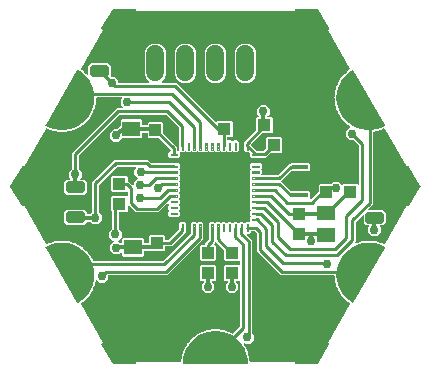
<source format=gbr>
G04 EAGLE Gerber RS-274X export*
G75*
%MOMM*%
%FSLAX34Y34*%
%LPD*%
%INBottom Copper*%
%IPPOS*%
%AMOC8*
5,1,8,0,0,1.08239X$1,22.5*%
G01*
%ADD10R,1.000000X1.100000*%
%ADD11R,1.500000X1.300000*%
%ADD12R,1.100000X1.000000*%
%ADD13C,0.124994*%
%ADD14R,5.699988X5.699988*%
%ADD15R,1.399997X0.400000*%
%ADD16C,0.499997*%
%ADD17C,1.000000*%
%ADD18C,1.524000*%
%ADD19C,0.756400*%
%ADD20C,0.254000*%
%ADD21C,0.355600*%

G36*
X279138Y196216D02*
X279138Y196216D01*
X279166Y196214D01*
X279234Y196236D01*
X279305Y196250D01*
X279328Y196266D01*
X279355Y196275D01*
X279410Y196322D01*
X279469Y196363D01*
X279484Y196387D01*
X279506Y196405D01*
X279537Y196470D01*
X279576Y196530D01*
X279581Y196558D01*
X279593Y196584D01*
X279602Y196685D01*
X279609Y196727D01*
X279607Y196737D01*
X279608Y196750D01*
X279490Y198227D01*
X317323Y198227D01*
X317408Y198244D01*
X317493Y198256D01*
X317505Y198264D01*
X317519Y198266D01*
X317591Y198315D01*
X317665Y198360D01*
X317673Y198371D01*
X317685Y198379D01*
X317732Y198451D01*
X317783Y198522D01*
X317787Y198536D01*
X317794Y198547D01*
X317804Y198602D01*
X317828Y198696D01*
X317930Y200055D01*
X317921Y200125D01*
X317921Y200195D01*
X317909Y200226D01*
X317905Y200254D01*
X317880Y200298D01*
X317854Y200362D01*
X317851Y200367D01*
X317995Y201000D01*
X317996Y201034D01*
X318007Y201075D01*
X318055Y201722D01*
X318059Y201725D01*
X318103Y201781D01*
X318152Y201831D01*
X318165Y201861D01*
X318182Y201884D01*
X318196Y201933D01*
X318223Y201997D01*
X318750Y204307D01*
X318752Y204377D01*
X318762Y204447D01*
X318755Y204479D01*
X318755Y204507D01*
X318736Y204555D01*
X318721Y204622D01*
X318718Y204627D01*
X318955Y205231D01*
X318962Y205266D01*
X318978Y205304D01*
X319122Y205937D01*
X319127Y205939D01*
X319178Y205988D01*
X319235Y206030D01*
X319252Y206058D01*
X319272Y206078D01*
X319293Y206125D01*
X319329Y206184D01*
X320195Y208389D01*
X320207Y208459D01*
X320227Y208526D01*
X320225Y208559D01*
X320230Y208586D01*
X320218Y208637D01*
X320212Y208706D01*
X320211Y208711D01*
X320535Y209273D01*
X320547Y209306D01*
X320568Y209341D01*
X320805Y209945D01*
X320811Y209947D01*
X320868Y209988D01*
X320931Y210021D01*
X320952Y210046D01*
X320975Y210062D01*
X321002Y210106D01*
X321047Y210159D01*
X322232Y212210D01*
X322241Y212238D01*
X322244Y212243D01*
X322246Y212253D01*
X322254Y212277D01*
X322284Y212341D01*
X322287Y212374D01*
X322295Y212400D01*
X322292Y212452D01*
X322296Y212521D01*
X322296Y212526D01*
X322700Y213034D01*
X322716Y213065D01*
X322743Y213096D01*
X323067Y213658D01*
X323073Y213660D01*
X323136Y213691D01*
X323202Y213715D01*
X323227Y213736D01*
X323252Y213749D01*
X323286Y213788D01*
X323338Y213833D01*
X324815Y215686D01*
X324847Y215748D01*
X324887Y215807D01*
X324894Y215839D01*
X324907Y215864D01*
X324911Y215915D01*
X324925Y215983D01*
X324926Y215988D01*
X325401Y216430D01*
X325422Y216458D01*
X325453Y216485D01*
X325857Y216993D01*
X325863Y216993D01*
X325930Y217015D01*
X325999Y217028D01*
X326027Y217046D01*
X326054Y217055D01*
X326093Y217088D01*
X326151Y217126D01*
X327888Y218737D01*
X327929Y218794D01*
X327977Y218846D01*
X327989Y218877D01*
X328005Y218900D01*
X328017Y218950D01*
X328041Y219015D01*
X328042Y219020D01*
X328578Y219385D01*
X328603Y219410D01*
X328638Y219433D01*
X329113Y219874D01*
X329119Y219874D01*
X329188Y219885D01*
X329259Y219888D01*
X329289Y219902D01*
X329317Y219906D01*
X329360Y219933D01*
X329424Y219962D01*
X331381Y221296D01*
X331430Y221347D01*
X331485Y221391D01*
X331501Y221420D01*
X331521Y221440D01*
X331540Y221488D01*
X331574Y221548D01*
X331576Y221553D01*
X332161Y221835D01*
X332188Y221856D01*
X332226Y221873D01*
X332762Y222238D01*
X332768Y222237D01*
X332838Y222238D01*
X332909Y222230D01*
X332940Y222239D01*
X332968Y222239D01*
X333015Y222260D01*
X333082Y222278D01*
X335217Y223306D01*
X335273Y223349D01*
X335334Y223385D01*
X335354Y223410D01*
X335376Y223427D01*
X335402Y223472D01*
X335445Y223526D01*
X335448Y223531D01*
X336068Y223722D01*
X336098Y223739D01*
X336138Y223750D01*
X336723Y224032D01*
X336728Y224030D01*
X336798Y224020D01*
X336866Y224002D01*
X336899Y224006D01*
X336927Y224002D01*
X336977Y224016D01*
X337045Y224024D01*
X339309Y224722D01*
X339371Y224756D01*
X339437Y224782D01*
X339460Y224805D01*
X339485Y224818D01*
X339517Y224858D01*
X339568Y224906D01*
X339571Y224910D01*
X340212Y225007D01*
X340245Y225019D01*
X340286Y225024D01*
X340907Y225215D01*
X340911Y225212D01*
X340979Y225192D01*
X341044Y225165D01*
X341077Y225164D01*
X341104Y225156D01*
X341155Y225161D01*
X341224Y225159D01*
X343567Y225512D01*
X343633Y225537D01*
X343702Y225553D01*
X343729Y225571D01*
X343755Y225581D01*
X343793Y225616D01*
X343850Y225655D01*
X343854Y225659D01*
X344503Y225659D01*
X344537Y225666D01*
X344578Y225665D01*
X345220Y225762D01*
X345224Y225758D01*
X345288Y225729D01*
X345348Y225691D01*
X345380Y225685D01*
X345406Y225674D01*
X345457Y225672D01*
X345525Y225659D01*
X347895Y225659D01*
X347964Y225673D01*
X348034Y225679D01*
X348064Y225693D01*
X348091Y225699D01*
X348134Y225728D01*
X348196Y225758D01*
X348200Y225762D01*
X348842Y225665D01*
X348877Y225667D01*
X348917Y225659D01*
X349566Y225659D01*
X349570Y225655D01*
X349629Y225616D01*
X349683Y225570D01*
X349714Y225560D01*
X349737Y225544D01*
X349788Y225535D01*
X349853Y225512D01*
X352196Y225159D01*
X352267Y225163D01*
X352337Y225158D01*
X352368Y225168D01*
X352396Y225169D01*
X352443Y225192D01*
X352509Y225212D01*
X352513Y225215D01*
X353134Y225024D01*
X353168Y225020D01*
X353208Y225007D01*
X353849Y224910D01*
X353852Y224906D01*
X353905Y224858D01*
X353951Y224805D01*
X353980Y224790D01*
X354001Y224771D01*
X354050Y224754D01*
X354111Y224722D01*
X356375Y224024D01*
X356445Y224017D01*
X356514Y224002D01*
X356546Y224007D01*
X356574Y224004D01*
X356624Y224019D01*
X356692Y224030D01*
X356697Y224032D01*
X357282Y223750D01*
X357315Y223742D01*
X357352Y223722D01*
X357972Y223531D01*
X357975Y223526D01*
X358020Y223472D01*
X358058Y223412D01*
X358084Y223393D01*
X358102Y223371D01*
X358147Y223347D01*
X358203Y223306D01*
X360338Y222278D01*
X360406Y222261D01*
X360472Y222235D01*
X360505Y222236D01*
X360532Y222229D01*
X360583Y222236D01*
X360652Y222237D01*
X360658Y222238D01*
X360743Y222180D01*
X360797Y222157D01*
X360847Y222125D01*
X360889Y222118D01*
X360928Y222102D01*
X360987Y222102D01*
X361045Y222092D01*
X361086Y222101D01*
X361128Y222101D01*
X361183Y222124D01*
X361240Y222137D01*
X361278Y222164D01*
X361313Y222179D01*
X361344Y222209D01*
X361388Y222240D01*
X367109Y227961D01*
X367113Y227968D01*
X367119Y227972D01*
X367168Y228051D01*
X367220Y228128D01*
X367221Y228136D01*
X367225Y228142D01*
X367257Y228320D01*
X367257Y266408D01*
X367256Y266413D01*
X367257Y266418D01*
X367236Y266511D01*
X367218Y266605D01*
X367215Y266609D01*
X367214Y266614D01*
X367158Y266692D01*
X367105Y266770D01*
X367101Y266773D01*
X367098Y266777D01*
X367016Y266828D01*
X366937Y266880D01*
X366932Y266880D01*
X366927Y266883D01*
X366750Y266915D01*
X364490Y266915D01*
X364485Y266914D01*
X364480Y266915D01*
X364387Y266894D01*
X364293Y266876D01*
X364289Y266873D01*
X364284Y266872D01*
X364206Y266816D01*
X364128Y266763D01*
X364125Y266759D01*
X364121Y266756D01*
X364070Y266674D01*
X364018Y266595D01*
X364018Y266590D01*
X364015Y266585D01*
X363983Y266408D01*
X363983Y266032D01*
X363984Y266024D01*
X363983Y266017D01*
X364004Y265927D01*
X364022Y265836D01*
X364027Y265829D01*
X364029Y265822D01*
X364131Y265674D01*
X365987Y263818D01*
X365987Y259422D01*
X362878Y256313D01*
X358482Y256313D01*
X355373Y259422D01*
X355373Y263818D01*
X357229Y265674D01*
X357233Y265680D01*
X357239Y265685D01*
X357288Y265763D01*
X357340Y265841D01*
X357341Y265848D01*
X357345Y265855D01*
X357377Y266032D01*
X357377Y266408D01*
X357376Y266413D01*
X357377Y266418D01*
X357356Y266511D01*
X357338Y266605D01*
X357335Y266609D01*
X357334Y266614D01*
X357278Y266692D01*
X357225Y266770D01*
X357221Y266773D01*
X357218Y266777D01*
X357136Y266828D01*
X357057Y266880D01*
X357052Y266880D01*
X357047Y266883D01*
X356870Y266915D01*
X354548Y266915D01*
X353655Y267808D01*
X353655Y279072D01*
X354548Y279965D01*
X366750Y279965D01*
X366755Y279966D01*
X366760Y279965D01*
X366853Y279986D01*
X366947Y280004D01*
X366951Y280007D01*
X366956Y280008D01*
X367034Y280064D01*
X367112Y280117D01*
X367115Y280121D01*
X367119Y280124D01*
X367170Y280206D01*
X367222Y280285D01*
X367222Y280290D01*
X367225Y280295D01*
X367257Y280472D01*
X367257Y283408D01*
X367256Y283413D01*
X367257Y283418D01*
X367237Y283511D01*
X367218Y283605D01*
X367215Y283609D01*
X367214Y283614D01*
X367158Y283692D01*
X367105Y283770D01*
X367101Y283773D01*
X367098Y283777D01*
X367016Y283828D01*
X366937Y283880D01*
X366932Y283880D01*
X366927Y283883D01*
X366750Y283915D01*
X354548Y283915D01*
X353655Y284808D01*
X353655Y292901D01*
X353654Y292909D01*
X353655Y292917D01*
X353634Y293006D01*
X353616Y293098D01*
X353611Y293104D01*
X353609Y293112D01*
X353507Y293260D01*
X347363Y299404D01*
X347360Y299405D01*
X347359Y299407D01*
X347278Y299460D01*
X347196Y299515D01*
X347193Y299515D01*
X347191Y299517D01*
X347095Y299534D01*
X346999Y299552D01*
X346996Y299552D01*
X346994Y299552D01*
X346897Y299531D01*
X346803Y299511D01*
X346801Y299509D01*
X346798Y299509D01*
X346718Y299452D01*
X346638Y299396D01*
X346637Y299394D01*
X346635Y299393D01*
X346583Y299310D01*
X346531Y299227D01*
X346530Y299225D01*
X346529Y299222D01*
X346497Y299045D01*
X346497Y298974D01*
X345353Y297831D01*
X345352Y297828D01*
X345349Y297827D01*
X345297Y297747D01*
X345242Y297664D01*
X345242Y297661D01*
X345240Y297659D01*
X345223Y297563D01*
X345204Y297467D01*
X345205Y297464D01*
X345205Y297462D01*
X345226Y297365D01*
X345246Y297271D01*
X345248Y297269D01*
X345248Y297266D01*
X345305Y297186D01*
X345360Y297106D01*
X345363Y297105D01*
X345364Y297103D01*
X345448Y297050D01*
X345530Y296999D01*
X345532Y296998D01*
X345534Y296997D01*
X345712Y296965D01*
X346492Y296965D01*
X347385Y296072D01*
X347385Y284808D01*
X346492Y283915D01*
X334228Y283915D01*
X333335Y284808D01*
X333335Y296072D01*
X334228Y296965D01*
X337058Y296965D01*
X337063Y296966D01*
X337068Y296965D01*
X337161Y296986D01*
X337255Y297004D01*
X337259Y297007D01*
X337264Y297008D01*
X337342Y297064D01*
X337420Y297117D01*
X337423Y297121D01*
X337427Y297124D01*
X337478Y297206D01*
X337530Y297285D01*
X337530Y297290D01*
X337533Y297295D01*
X337565Y297472D01*
X337565Y297948D01*
X340759Y301141D01*
X340763Y301148D01*
X340769Y301152D01*
X340818Y301230D01*
X340870Y301308D01*
X340871Y301316D01*
X340875Y301322D01*
X340907Y301500D01*
X340907Y312979D01*
X340927Y313090D01*
X340927Y315467D01*
X342187Y316727D01*
X345217Y316727D01*
X345843Y316101D01*
X345848Y316098D01*
X345851Y316094D01*
X345931Y316042D01*
X346010Y315990D01*
X346015Y315989D01*
X346020Y315986D01*
X346114Y315970D01*
X346207Y315952D01*
X346212Y315953D01*
X346218Y315952D01*
X346310Y315974D01*
X346403Y315994D01*
X346408Y315997D01*
X346413Y315998D01*
X346561Y316101D01*
X347187Y316727D01*
X350217Y316727D01*
X350843Y316101D01*
X350848Y316098D01*
X350851Y316094D01*
X350931Y316042D01*
X351010Y315990D01*
X351015Y315989D01*
X351020Y315986D01*
X351114Y315970D01*
X351207Y315952D01*
X351212Y315953D01*
X351218Y315952D01*
X351310Y315974D01*
X351403Y315994D01*
X351408Y315997D01*
X351413Y315998D01*
X351561Y316101D01*
X352187Y316727D01*
X355217Y316727D01*
X355843Y316101D01*
X355848Y316098D01*
X355851Y316094D01*
X355931Y316042D01*
X356010Y315990D01*
X356015Y315989D01*
X356020Y315986D01*
X356114Y315970D01*
X356207Y315952D01*
X356212Y315953D01*
X356218Y315952D01*
X356310Y315974D01*
X356403Y315994D01*
X356408Y315997D01*
X356413Y315998D01*
X356561Y316101D01*
X357187Y316727D01*
X360217Y316727D01*
X360843Y316101D01*
X360848Y316098D01*
X360851Y316094D01*
X360931Y316042D01*
X361010Y315990D01*
X361015Y315989D01*
X361020Y315986D01*
X361114Y315970D01*
X361207Y315952D01*
X361212Y315953D01*
X361218Y315952D01*
X361310Y315974D01*
X361403Y315994D01*
X361408Y315997D01*
X361413Y315998D01*
X361561Y316101D01*
X362187Y316727D01*
X365217Y316727D01*
X365843Y316101D01*
X365848Y316098D01*
X365851Y316094D01*
X365931Y316042D01*
X366010Y315990D01*
X366015Y315989D01*
X366020Y315986D01*
X366114Y315970D01*
X366207Y315952D01*
X366212Y315953D01*
X366218Y315952D01*
X366310Y315974D01*
X366403Y315994D01*
X366408Y315997D01*
X366413Y315998D01*
X366561Y316101D01*
X367187Y316727D01*
X370217Y316727D01*
X370843Y316101D01*
X370848Y316098D01*
X370851Y316094D01*
X370931Y316042D01*
X371010Y315990D01*
X371015Y315989D01*
X371020Y315986D01*
X371114Y315970D01*
X371207Y315952D01*
X371212Y315953D01*
X371218Y315952D01*
X371310Y315974D01*
X371403Y315994D01*
X371408Y315997D01*
X371413Y315998D01*
X371561Y316101D01*
X372187Y316727D01*
X375170Y316727D01*
X375175Y316728D01*
X375180Y316727D01*
X375273Y316748D01*
X375367Y316766D01*
X375371Y316769D01*
X375376Y316770D01*
X375454Y316826D01*
X375532Y316879D01*
X375535Y316883D01*
X375540Y316886D01*
X375590Y316968D01*
X375642Y317047D01*
X375643Y317052D01*
X375645Y317057D01*
X375677Y317234D01*
X375677Y320217D01*
X376303Y320843D01*
X376306Y320848D01*
X376310Y320851D01*
X376362Y320931D01*
X376414Y321010D01*
X376415Y321015D01*
X376418Y321020D01*
X376434Y321114D01*
X376452Y321207D01*
X376451Y321212D01*
X376452Y321218D01*
X376430Y321310D01*
X376410Y321403D01*
X376407Y321408D01*
X376406Y321413D01*
X376303Y321561D01*
X375677Y322187D01*
X375677Y325217D01*
X376303Y325843D01*
X376306Y325848D01*
X376310Y325851D01*
X376362Y325931D01*
X376414Y326010D01*
X376415Y326015D01*
X376418Y326020D01*
X376434Y326114D01*
X376452Y326207D01*
X376451Y326212D01*
X376452Y326218D01*
X376430Y326310D01*
X376410Y326403D01*
X376407Y326408D01*
X376406Y326413D01*
X376303Y326561D01*
X375677Y327187D01*
X375677Y330217D01*
X376303Y330843D01*
X376306Y330848D01*
X376310Y330851D01*
X376362Y330931D01*
X376414Y331010D01*
X376415Y331015D01*
X376418Y331020D01*
X376434Y331114D01*
X376452Y331207D01*
X376451Y331212D01*
X376452Y331218D01*
X376430Y331310D01*
X376410Y331403D01*
X376407Y331408D01*
X376406Y331413D01*
X376303Y331561D01*
X375677Y332187D01*
X375677Y335217D01*
X376303Y335843D01*
X376303Y335844D01*
X376304Y335844D01*
X376306Y335848D01*
X376310Y335851D01*
X376362Y335931D01*
X376414Y336010D01*
X376415Y336015D01*
X376418Y336020D01*
X376434Y336114D01*
X376452Y336207D01*
X376451Y336212D01*
X376452Y336218D01*
X376430Y336310D01*
X376410Y336403D01*
X376407Y336408D01*
X376406Y336413D01*
X376303Y336561D01*
X375677Y337187D01*
X375677Y340217D01*
X376303Y340843D01*
X376306Y340848D01*
X376310Y340851D01*
X376362Y340931D01*
X376414Y341010D01*
X376415Y341015D01*
X376418Y341020D01*
X376434Y341114D01*
X376452Y341207D01*
X376451Y341212D01*
X376452Y341218D01*
X376430Y341310D01*
X376410Y341403D01*
X376407Y341408D01*
X376406Y341413D01*
X376303Y341561D01*
X375677Y342187D01*
X375677Y345217D01*
X376303Y345843D01*
X376306Y345848D01*
X376310Y345851D01*
X376362Y345931D01*
X376414Y346010D01*
X376415Y346015D01*
X376418Y346020D01*
X376434Y346114D01*
X376452Y346207D01*
X376451Y346212D01*
X376452Y346218D01*
X376430Y346310D01*
X376410Y346403D01*
X376407Y346408D01*
X376406Y346413D01*
X376303Y346561D01*
X375677Y347187D01*
X375677Y350217D01*
X376303Y350843D01*
X376306Y350848D01*
X376310Y350851D01*
X376362Y350931D01*
X376414Y351010D01*
X376415Y351015D01*
X376418Y351020D01*
X376434Y351114D01*
X376452Y351207D01*
X376451Y351212D01*
X376452Y351218D01*
X376430Y351310D01*
X376410Y351403D01*
X376407Y351408D01*
X376406Y351413D01*
X376303Y351561D01*
X375677Y352187D01*
X375677Y355217D01*
X376303Y355843D01*
X376306Y355848D01*
X376310Y355851D01*
X376362Y355931D01*
X376414Y356010D01*
X376415Y356015D01*
X376418Y356020D01*
X376434Y356114D01*
X376452Y356207D01*
X376451Y356212D01*
X376452Y356218D01*
X376430Y356310D01*
X376410Y356403D01*
X376407Y356408D01*
X376406Y356413D01*
X376303Y356561D01*
X375677Y357187D01*
X375677Y360217D01*
X376303Y360843D01*
X376306Y360848D01*
X376310Y360851D01*
X376362Y360931D01*
X376414Y361010D01*
X376415Y361015D01*
X376418Y361020D01*
X376434Y361114D01*
X376452Y361207D01*
X376451Y361212D01*
X376452Y361218D01*
X376430Y361309D01*
X376410Y361403D01*
X376407Y361408D01*
X376406Y361413D01*
X376303Y361561D01*
X375677Y362187D01*
X375677Y365217D01*
X376937Y366477D01*
X384468Y366477D01*
X385727Y365217D01*
X385727Y362187D01*
X385101Y361561D01*
X385098Y361556D01*
X385094Y361553D01*
X385043Y361473D01*
X384990Y361394D01*
X384989Y361389D01*
X384986Y361384D01*
X384970Y361290D01*
X384952Y361197D01*
X384953Y361192D01*
X384953Y361187D01*
X384974Y361094D01*
X384994Y361001D01*
X384997Y360996D01*
X384998Y360991D01*
X385101Y360843D01*
X385727Y360217D01*
X385727Y357187D01*
X385589Y357049D01*
X385587Y357047D01*
X385585Y357045D01*
X385532Y356963D01*
X385478Y356882D01*
X385477Y356879D01*
X385476Y356877D01*
X385459Y356780D01*
X385440Y356685D01*
X385441Y356682D01*
X385440Y356680D01*
X385462Y356583D01*
X385482Y356489D01*
X385483Y356487D01*
X385484Y356484D01*
X385542Y356403D01*
X385596Y356324D01*
X385598Y356323D01*
X385600Y356321D01*
X385684Y356268D01*
X385765Y356217D01*
X385768Y356216D01*
X385770Y356215D01*
X385948Y356183D01*
X399501Y356183D01*
X399508Y356184D01*
X399516Y356183D01*
X399606Y356204D01*
X399697Y356222D01*
X399704Y356227D01*
X399711Y356229D01*
X399859Y356331D01*
X409333Y365805D01*
X409734Y365805D01*
X409741Y365806D01*
X409749Y365805D01*
X409839Y365826D01*
X409930Y365845D01*
X409937Y365849D01*
X409944Y365851D01*
X410092Y365953D01*
X410674Y366535D01*
X425937Y366535D01*
X426830Y365642D01*
X426830Y360379D01*
X425937Y359485D01*
X411128Y359485D01*
X411120Y359484D01*
X411113Y359485D01*
X411023Y359464D01*
X410932Y359446D01*
X410925Y359441D01*
X410917Y359440D01*
X410769Y359337D01*
X402701Y351269D01*
X402698Y351264D01*
X402694Y351261D01*
X402643Y351181D01*
X402590Y351102D01*
X402589Y351097D01*
X402586Y351092D01*
X402570Y350998D01*
X402553Y350905D01*
X402554Y350900D01*
X402553Y350894D01*
X402574Y350802D01*
X402594Y350709D01*
X402597Y350705D01*
X402597Y350703D01*
X402598Y350702D01*
X402598Y350699D01*
X402701Y350551D01*
X403541Y349711D01*
X410569Y342684D01*
X410575Y342679D01*
X410580Y342673D01*
X410659Y342624D01*
X410736Y342573D01*
X410743Y342571D01*
X410750Y342567D01*
X410927Y342535D01*
X425937Y342535D01*
X426830Y341642D01*
X426830Y336757D01*
X426830Y336754D01*
X426830Y336752D01*
X426850Y336657D01*
X426870Y336560D01*
X426871Y336558D01*
X426872Y336556D01*
X426928Y336475D01*
X426982Y336395D01*
X426984Y336393D01*
X426986Y336391D01*
X427070Y336338D01*
X427150Y336285D01*
X427153Y336285D01*
X427155Y336283D01*
X427252Y336267D01*
X427348Y336250D01*
X427350Y336250D01*
X427353Y336250D01*
X427446Y336272D01*
X427543Y336293D01*
X427545Y336295D01*
X427548Y336295D01*
X427696Y336398D01*
X434017Y342719D01*
X434021Y342726D01*
X434027Y342730D01*
X434076Y342809D01*
X434128Y342886D01*
X434129Y342894D01*
X434133Y342900D01*
X434165Y343078D01*
X434165Y348152D01*
X435058Y349045D01*
X444824Y349045D01*
X444832Y349046D01*
X444839Y349045D01*
X444929Y349066D01*
X445020Y349084D01*
X445027Y349089D01*
X445034Y349091D01*
X445182Y349193D01*
X446736Y350747D01*
X451132Y350747D01*
X453748Y348131D01*
X453752Y348128D01*
X453755Y348124D01*
X453835Y348073D01*
X453915Y348020D01*
X453920Y348019D01*
X453924Y348016D01*
X454018Y348001D01*
X454111Y347983D01*
X454117Y347984D01*
X454122Y347983D01*
X454214Y348005D01*
X454308Y348024D01*
X454312Y348027D01*
X454317Y348028D01*
X454465Y348131D01*
X454878Y348545D01*
X467142Y348545D01*
X467509Y348177D01*
X467512Y348175D01*
X467513Y348173D01*
X467594Y348121D01*
X467676Y348066D01*
X467679Y348065D01*
X467681Y348064D01*
X467777Y348047D01*
X467873Y348028D01*
X467876Y348029D01*
X467878Y348028D01*
X467975Y348050D01*
X468069Y348070D01*
X468071Y348071D01*
X468074Y348072D01*
X468154Y348129D01*
X468234Y348184D01*
X468235Y348187D01*
X468237Y348188D01*
X468289Y348271D01*
X468341Y348353D01*
X468342Y348356D01*
X468343Y348358D01*
X468375Y348536D01*
X468375Y380902D01*
X468374Y380910D01*
X468375Y380918D01*
X468354Y381008D01*
X468336Y381099D01*
X468331Y381105D01*
X468329Y381113D01*
X468227Y381261D01*
X463783Y385705D01*
X463776Y385709D01*
X463772Y385715D01*
X463693Y385764D01*
X463616Y385816D01*
X463608Y385817D01*
X463602Y385821D01*
X463424Y385853D01*
X460082Y385853D01*
X456973Y388962D01*
X456973Y393358D01*
X460082Y396467D01*
X460573Y396467D01*
X460622Y396477D01*
X460673Y396477D01*
X460720Y396496D01*
X460770Y396506D01*
X460811Y396534D01*
X460857Y396554D01*
X460893Y396590D01*
X460936Y396619D01*
X460963Y396661D01*
X460998Y396697D01*
X461017Y396744D01*
X461045Y396787D01*
X461054Y396836D01*
X461072Y396883D01*
X461071Y396934D01*
X461080Y396984D01*
X461070Y397033D01*
X461069Y397083D01*
X461048Y397130D01*
X461037Y397180D01*
X461008Y397221D01*
X460988Y397267D01*
X460947Y397307D01*
X460921Y397343D01*
X460890Y397363D01*
X460859Y397393D01*
X459307Y398452D01*
X459242Y398480D01*
X459180Y398515D01*
X459148Y398519D01*
X459122Y398530D01*
X459071Y398530D01*
X459002Y398540D01*
X458997Y398540D01*
X458521Y398981D01*
X458492Y398999D01*
X458462Y399029D01*
X457926Y399394D01*
X457925Y399400D01*
X457898Y399465D01*
X457880Y399533D01*
X457860Y399559D01*
X457849Y399585D01*
X457813Y399622D01*
X457771Y399677D01*
X456034Y401291D01*
X455974Y401328D01*
X455918Y401371D01*
X455887Y401381D01*
X455863Y401395D01*
X455812Y401403D01*
X455745Y401423D01*
X455740Y401424D01*
X455336Y401931D01*
X455309Y401954D01*
X455284Y401987D01*
X454808Y402428D01*
X454808Y402434D01*
X454792Y402503D01*
X454784Y402573D01*
X454768Y402601D01*
X454761Y402629D01*
X454731Y402670D01*
X454698Y402731D01*
X453220Y404586D01*
X453166Y404631D01*
X453118Y404683D01*
X453088Y404697D01*
X453067Y404715D01*
X453017Y404730D01*
X452955Y404759D01*
X452950Y404761D01*
X452625Y405323D01*
X452602Y405349D01*
X452583Y405386D01*
X452178Y405893D01*
X452179Y405898D01*
X452173Y405969D01*
X452175Y406039D01*
X452164Y406070D01*
X452162Y406098D01*
X452138Y406144D01*
X452114Y406209D01*
X450929Y408263D01*
X450882Y408316D01*
X450842Y408374D01*
X450815Y408392D01*
X450797Y408413D01*
X450750Y408436D01*
X450693Y408474D01*
X450688Y408477D01*
X450451Y409081D01*
X450432Y409110D01*
X450418Y409149D01*
X450094Y409711D01*
X450095Y409716D01*
X450100Y409787D01*
X450112Y409856D01*
X450106Y409888D01*
X450108Y409916D01*
X450091Y409965D01*
X450077Y410033D01*
X449212Y412241D01*
X449174Y412300D01*
X449143Y412363D01*
X449118Y412386D01*
X449103Y412409D01*
X449061Y412438D01*
X449010Y412485D01*
X449005Y412488D01*
X448861Y413121D01*
X448846Y413152D01*
X448838Y413193D01*
X448601Y413797D01*
X448604Y413802D01*
X448619Y413871D01*
X448642Y413938D01*
X448640Y413971D01*
X448646Y413998D01*
X448637Y414049D01*
X448633Y414118D01*
X448106Y416430D01*
X448078Y416494D01*
X448056Y416562D01*
X448036Y416587D01*
X448024Y416613D01*
X447986Y416648D01*
X447943Y416702D01*
X447939Y416705D01*
X447890Y417352D01*
X447881Y417386D01*
X447879Y417427D01*
X447735Y418060D01*
X447738Y418065D01*
X447763Y418131D01*
X447796Y418193D01*
X447799Y418226D01*
X447809Y418252D01*
X447807Y418304D01*
X447814Y418372D01*
X447638Y420737D01*
X447619Y420805D01*
X447608Y420875D01*
X447591Y420903D01*
X447584Y420930D01*
X447552Y420971D01*
X447517Y421030D01*
X447513Y421034D01*
X447562Y421681D01*
X447557Y421716D01*
X447562Y421757D01*
X447513Y422404D01*
X447517Y422408D01*
X447552Y422470D01*
X447593Y422527D01*
X447602Y422559D01*
X447615Y422583D01*
X447621Y422635D01*
X447639Y422701D01*
X447816Y425066D01*
X447808Y425136D01*
X447807Y425207D01*
X447795Y425237D01*
X447792Y425265D01*
X447766Y425310D01*
X447740Y425374D01*
X447737Y425379D01*
X447882Y426011D01*
X447883Y426046D01*
X447893Y426086D01*
X447942Y426733D01*
X447946Y426737D01*
X447990Y426793D01*
X448039Y426843D01*
X448052Y426873D01*
X448069Y426895D01*
X448083Y426945D01*
X448110Y427008D01*
X448638Y429320D01*
X448640Y429391D01*
X448650Y429461D01*
X448643Y429492D01*
X448643Y429520D01*
X448625Y429569D01*
X448609Y429636D01*
X448607Y429641D01*
X448844Y430245D01*
X448850Y430279D01*
X448866Y430317D01*
X449011Y430950D01*
X449015Y430953D01*
X449067Y431001D01*
X449123Y431044D01*
X449140Y431071D01*
X449161Y431091D01*
X449182Y431138D01*
X449218Y431197D01*
X450085Y433404D01*
X450097Y433474D01*
X450118Y433541D01*
X450115Y433574D01*
X450120Y433601D01*
X450109Y433652D01*
X450103Y433721D01*
X450101Y433726D01*
X450426Y434288D01*
X450437Y434321D01*
X450459Y434356D01*
X450696Y434960D01*
X450701Y434962D01*
X450759Y435003D01*
X450821Y435036D01*
X450843Y435061D01*
X450866Y435077D01*
X450893Y435121D01*
X450938Y435173D01*
X452124Y437227D01*
X452147Y437294D01*
X452177Y437357D01*
X452179Y437390D01*
X452188Y437417D01*
X452184Y437468D01*
X452189Y437537D01*
X452188Y437543D01*
X452593Y438050D01*
X452609Y438081D01*
X452636Y438112D01*
X452960Y438674D01*
X452966Y438676D01*
X453010Y438698D01*
X453035Y438703D01*
X453055Y438716D01*
X453096Y438731D01*
X453120Y438752D01*
X453145Y438765D01*
X453173Y438796D01*
X453201Y438815D01*
X453212Y438832D01*
X453231Y438849D01*
X454710Y440703D01*
X454742Y440766D01*
X454782Y440824D01*
X454789Y440856D01*
X454802Y440881D01*
X454806Y440933D01*
X454821Y441000D01*
X454821Y441006D01*
X455297Y441447D01*
X455317Y441475D01*
X455348Y441502D01*
X455753Y442010D01*
X455758Y442010D01*
X455826Y442032D01*
X455895Y442045D01*
X455923Y442063D01*
X455949Y442072D01*
X455989Y442105D01*
X456047Y442142D01*
X457786Y443755D01*
X457827Y443812D01*
X457875Y443864D01*
X457886Y443895D01*
X457903Y443917D01*
X457914Y443968D01*
X457939Y444032D01*
X457940Y444038D01*
X458476Y444403D01*
X458501Y444428D01*
X458536Y444450D01*
X459011Y444892D01*
X459017Y444891D01*
X459087Y444903D01*
X459157Y444906D01*
X459187Y444919D01*
X459215Y444923D01*
X459259Y444951D01*
X459322Y444979D01*
X460442Y445742D01*
X460502Y445804D01*
X460566Y445863D01*
X460572Y445876D01*
X460582Y445886D01*
X460614Y445966D01*
X460650Y446045D01*
X460651Y446059D01*
X460656Y446072D01*
X460654Y446159D01*
X460657Y446245D01*
X460652Y446259D01*
X460651Y446272D01*
X460629Y446323D01*
X460596Y446415D01*
X441705Y479135D01*
X443024Y479759D01*
X443046Y479776D01*
X443073Y479786D01*
X443125Y479835D01*
X443183Y479878D01*
X443197Y479903D01*
X443218Y479922D01*
X443247Y479988D01*
X443283Y480050D01*
X443286Y480078D01*
X443298Y480104D01*
X443299Y480176D01*
X443308Y480247D01*
X443300Y480274D01*
X443301Y480303D01*
X443265Y480398D01*
X443254Y480438D01*
X443247Y480447D01*
X443243Y480459D01*
X433743Y496959D01*
X433691Y497018D01*
X433645Y497080D01*
X433626Y497091D01*
X433611Y497108D01*
X433541Y497142D01*
X433474Y497182D01*
X433450Y497186D01*
X433432Y497194D01*
X433387Y497196D01*
X433310Y497209D01*
X414310Y497209D01*
X414282Y497204D01*
X414254Y497206D01*
X414186Y497184D01*
X414115Y497170D01*
X414092Y497154D01*
X414065Y497145D01*
X414010Y497098D01*
X413951Y497057D01*
X413936Y497033D01*
X413915Y497015D01*
X413883Y496950D01*
X413844Y496890D01*
X413839Y496862D01*
X413827Y496836D01*
X413818Y496735D01*
X413811Y496693D01*
X413813Y496683D01*
X413812Y496670D01*
X413930Y495193D01*
X279490Y495193D01*
X279608Y496670D01*
X279604Y496699D01*
X279609Y496727D01*
X279592Y496796D01*
X279584Y496868D01*
X279570Y496892D01*
X279563Y496920D01*
X279520Y496978D01*
X279485Y497040D01*
X279462Y497057D01*
X279445Y497080D01*
X279383Y497117D01*
X279326Y497160D01*
X279298Y497167D01*
X279274Y497182D01*
X279174Y497198D01*
X279133Y497209D01*
X279123Y497207D01*
X279110Y497209D01*
X260110Y497209D01*
X260034Y497194D01*
X259956Y497185D01*
X259937Y497174D01*
X259915Y497170D01*
X259851Y497126D01*
X259783Y497087D01*
X259767Y497068D01*
X259751Y497057D01*
X259727Y497019D01*
X259677Y496959D01*
X250177Y480459D01*
X250168Y480432D01*
X250152Y480408D01*
X250137Y480338D01*
X250114Y480270D01*
X250117Y480242D01*
X250111Y480214D01*
X250125Y480144D01*
X250130Y480072D01*
X250143Y480047D01*
X250149Y480019D01*
X250189Y479959D01*
X250222Y479896D01*
X250244Y479878D01*
X250260Y479854D01*
X250343Y479796D01*
X250375Y479769D01*
X250386Y479766D01*
X250397Y479759D01*
X251715Y479135D01*
X232824Y446415D01*
X232797Y446333D01*
X232765Y446252D01*
X232765Y446238D01*
X232760Y446225D01*
X232767Y446138D01*
X232768Y446052D01*
X232774Y446039D01*
X232775Y446025D01*
X232814Y445948D01*
X232850Y445868D01*
X232860Y445858D01*
X232866Y445846D01*
X232909Y445811D01*
X232978Y445742D01*
X234098Y444979D01*
X234163Y444952D01*
X234225Y444917D01*
X234257Y444912D01*
X234283Y444901D01*
X234335Y444901D01*
X234403Y444891D01*
X234409Y444892D01*
X234884Y444450D01*
X234914Y444432D01*
X234944Y444403D01*
X235480Y444038D01*
X235481Y444032D01*
X235508Y443967D01*
X235526Y443899D01*
X235546Y443873D01*
X235556Y443847D01*
X235593Y443810D01*
X235634Y443755D01*
X237373Y442142D01*
X237433Y442106D01*
X237489Y442062D01*
X237520Y442052D01*
X237544Y442038D01*
X237595Y442030D01*
X237662Y442010D01*
X237667Y442010D01*
X238072Y441502D01*
X238098Y441480D01*
X238123Y441447D01*
X238289Y441293D01*
X238369Y441244D01*
X238447Y441194D01*
X238454Y441192D01*
X238460Y441189D01*
X238553Y441175D01*
X238644Y441158D01*
X238651Y441159D01*
X238658Y441158D01*
X238748Y441181D01*
X238840Y441202D01*
X238846Y441206D01*
X238853Y441207D01*
X238927Y441263D01*
X239004Y441318D01*
X239007Y441324D01*
X239013Y441328D01*
X239060Y441409D01*
X239109Y441488D01*
X239111Y441495D01*
X239114Y441501D01*
X239120Y441549D01*
X239141Y441665D01*
X239141Y448667D01*
X241499Y451025D01*
X255833Y451025D01*
X258191Y448667D01*
X258191Y440306D01*
X258188Y440302D01*
X258133Y440219D01*
X258132Y440216D01*
X258131Y440214D01*
X258113Y440118D01*
X258095Y440022D01*
X258095Y440019D01*
X258095Y440017D01*
X258116Y439920D01*
X258136Y439826D01*
X258138Y439824D01*
X258139Y439821D01*
X258195Y439741D01*
X258251Y439661D01*
X258253Y439660D01*
X258255Y439658D01*
X258337Y439606D01*
X258420Y439554D01*
X258423Y439553D01*
X258425Y439552D01*
X258602Y439520D01*
X261151Y439520D01*
X264260Y436411D01*
X264260Y435102D01*
X264261Y435097D01*
X264260Y435092D01*
X264281Y434999D01*
X264299Y434905D01*
X264302Y434901D01*
X264303Y434896D01*
X264359Y434818D01*
X264412Y434740D01*
X264416Y434737D01*
X264419Y434733D01*
X264501Y434682D01*
X264580Y434630D01*
X264585Y434630D01*
X264590Y434627D01*
X264767Y434595D01*
X290388Y434595D01*
X290391Y434595D01*
X290393Y434595D01*
X290488Y434615D01*
X290585Y434634D01*
X290587Y434636D01*
X290589Y434636D01*
X290670Y434692D01*
X290750Y434747D01*
X290752Y434749D01*
X290754Y434751D01*
X290807Y434834D01*
X290860Y434915D01*
X290860Y434918D01*
X290862Y434920D01*
X290878Y435016D01*
X290895Y435112D01*
X290895Y435115D01*
X290895Y435117D01*
X290873Y435211D01*
X290852Y435308D01*
X290850Y435310D01*
X290850Y435313D01*
X290747Y435461D01*
X288157Y438050D01*
X286765Y441411D01*
X286765Y460289D01*
X288157Y463650D01*
X290730Y466223D01*
X291645Y466602D01*
X292870Y467109D01*
X294091Y467615D01*
X297729Y467615D01*
X301090Y466223D01*
X303663Y463650D01*
X305055Y460289D01*
X305055Y441411D01*
X303663Y438050D01*
X301073Y435461D01*
X301072Y435458D01*
X301070Y435457D01*
X301017Y435376D01*
X300962Y435294D01*
X300962Y435291D01*
X300960Y435289D01*
X300943Y435193D01*
X300925Y435097D01*
X300925Y435094D01*
X300925Y435092D01*
X300946Y434995D01*
X300966Y434901D01*
X300968Y434899D01*
X300968Y434896D01*
X301025Y434816D01*
X301081Y434736D01*
X301083Y434735D01*
X301084Y434733D01*
X301167Y434681D01*
X301250Y434629D01*
X301252Y434628D01*
X301255Y434627D01*
X301432Y434595D01*
X313968Y434595D01*
X315753Y432809D01*
X347079Y401483D01*
X347084Y401480D01*
X347087Y401476D01*
X347167Y401425D01*
X347246Y401372D01*
X347251Y401371D01*
X347256Y401368D01*
X347350Y401352D01*
X347443Y401334D01*
X347448Y401336D01*
X347453Y401335D01*
X347546Y401356D01*
X347639Y401376D01*
X347644Y401379D01*
X347649Y401380D01*
X347797Y401483D01*
X348198Y401885D01*
X360462Y401885D01*
X361355Y400992D01*
X361355Y389728D01*
X360462Y388835D01*
X357004Y388835D01*
X356999Y388834D01*
X356994Y388835D01*
X356901Y388814D01*
X356807Y388796D01*
X356803Y388793D01*
X356798Y388792D01*
X356720Y388736D01*
X356642Y388683D01*
X356639Y388679D01*
X356635Y388676D01*
X356584Y388594D01*
X356532Y388515D01*
X356532Y388510D01*
X356529Y388505D01*
X356497Y388328D01*
X356497Y386234D01*
X356498Y386229D01*
X356497Y386224D01*
X356518Y386131D01*
X356536Y386038D01*
X356539Y386033D01*
X356540Y386028D01*
X356596Y385950D01*
X356649Y385872D01*
X356653Y385869D01*
X356656Y385865D01*
X356738Y385814D01*
X356817Y385763D01*
X356822Y385762D01*
X356827Y385759D01*
X357004Y385727D01*
X360217Y385727D01*
X360843Y385101D01*
X360848Y385098D01*
X360851Y385094D01*
X360931Y385043D01*
X361010Y384990D01*
X361015Y384989D01*
X361020Y384986D01*
X361114Y384970D01*
X361207Y384952D01*
X361212Y384953D01*
X361217Y384953D01*
X361310Y384974D01*
X361403Y384994D01*
X361408Y384997D01*
X361413Y384998D01*
X361561Y385101D01*
X362187Y385727D01*
X365217Y385727D01*
X366477Y384468D01*
X366477Y376937D01*
X365217Y375677D01*
X362187Y375677D01*
X361561Y376303D01*
X361556Y376306D01*
X361553Y376310D01*
X361473Y376362D01*
X361394Y376414D01*
X361389Y376415D01*
X361384Y376418D01*
X361290Y376434D01*
X361197Y376452D01*
X361192Y376451D01*
X361186Y376452D01*
X361094Y376430D01*
X361001Y376410D01*
X360996Y376407D01*
X360991Y376406D01*
X360843Y376303D01*
X360217Y375677D01*
X357187Y375677D01*
X356561Y376303D01*
X356556Y376306D01*
X356553Y376310D01*
X356473Y376362D01*
X356394Y376414D01*
X356389Y376415D01*
X356384Y376418D01*
X356290Y376434D01*
X356197Y376452D01*
X356192Y376451D01*
X356186Y376452D01*
X356094Y376430D01*
X356001Y376410D01*
X355996Y376407D01*
X355991Y376406D01*
X355843Y376303D01*
X355217Y375677D01*
X352187Y375677D01*
X351561Y376303D01*
X351556Y376306D01*
X351553Y376310D01*
X351473Y376362D01*
X351394Y376414D01*
X351389Y376415D01*
X351384Y376418D01*
X351290Y376434D01*
X351197Y376452D01*
X351192Y376451D01*
X351186Y376452D01*
X351094Y376430D01*
X351001Y376410D01*
X350996Y376407D01*
X350991Y376406D01*
X350843Y376303D01*
X350217Y375677D01*
X347187Y375677D01*
X346561Y376303D01*
X346556Y376306D01*
X346553Y376310D01*
X346473Y376362D01*
X346394Y376414D01*
X346389Y376415D01*
X346384Y376418D01*
X346290Y376434D01*
X346197Y376452D01*
X346192Y376451D01*
X346186Y376452D01*
X346094Y376430D01*
X346001Y376410D01*
X345996Y376407D01*
X345991Y376406D01*
X345843Y376303D01*
X345217Y375677D01*
X342187Y375677D01*
X341561Y376303D01*
X341556Y376306D01*
X341553Y376310D01*
X341473Y376362D01*
X341394Y376414D01*
X341389Y376415D01*
X341384Y376418D01*
X341290Y376434D01*
X341197Y376452D01*
X341192Y376451D01*
X341186Y376452D01*
X341094Y376430D01*
X341001Y376410D01*
X340996Y376407D01*
X340991Y376406D01*
X340843Y376303D01*
X340217Y375677D01*
X337187Y375677D01*
X336561Y376303D01*
X336556Y376306D01*
X336553Y376310D01*
X336473Y376362D01*
X336394Y376414D01*
X336389Y376415D01*
X336384Y376418D01*
X336290Y376434D01*
X336197Y376452D01*
X336192Y376451D01*
X336186Y376452D01*
X336094Y376430D01*
X336001Y376410D01*
X335996Y376407D01*
X335991Y376406D01*
X335843Y376303D01*
X335217Y375677D01*
X332187Y375677D01*
X331561Y376303D01*
X331556Y376306D01*
X331553Y376310D01*
X331473Y376362D01*
X331394Y376414D01*
X331389Y376415D01*
X331384Y376418D01*
X331290Y376434D01*
X331197Y376452D01*
X331192Y376451D01*
X331186Y376452D01*
X331094Y376430D01*
X331001Y376410D01*
X330996Y376407D01*
X330991Y376406D01*
X330843Y376303D01*
X330217Y375677D01*
X327187Y375677D01*
X326561Y376303D01*
X326556Y376306D01*
X326553Y376310D01*
X326473Y376362D01*
X326394Y376414D01*
X326389Y376415D01*
X326384Y376418D01*
X326290Y376434D01*
X326197Y376452D01*
X326192Y376451D01*
X326186Y376452D01*
X326094Y376430D01*
X326001Y376410D01*
X325996Y376407D01*
X325991Y376406D01*
X325843Y376303D01*
X325217Y375677D01*
X322187Y375677D01*
X321561Y376303D01*
X321556Y376306D01*
X321553Y376310D01*
X321473Y376361D01*
X321394Y376414D01*
X321389Y376415D01*
X321384Y376418D01*
X321290Y376434D01*
X321197Y376452D01*
X321192Y376451D01*
X321187Y376452D01*
X321094Y376430D01*
X321001Y376410D01*
X320996Y376407D01*
X320991Y376406D01*
X320843Y376303D01*
X320217Y375677D01*
X317234Y375677D01*
X317229Y375676D01*
X317224Y375677D01*
X317131Y375656D01*
X317037Y375638D01*
X317033Y375635D01*
X317028Y375634D01*
X316950Y375578D01*
X316872Y375525D01*
X316869Y375521D01*
X316864Y375518D01*
X316814Y375436D01*
X316762Y375357D01*
X316761Y375352D01*
X316759Y375347D01*
X316727Y375170D01*
X316727Y372187D01*
X315467Y370927D01*
X313090Y370927D01*
X313082Y370926D01*
X313074Y370927D01*
X312989Y370907D01*
X310425Y370907D01*
X310314Y370927D01*
X307936Y370927D01*
X306677Y372187D01*
X306677Y375217D01*
X307936Y376477D01*
X308400Y376477D01*
X308405Y376478D01*
X308410Y376477D01*
X308503Y376498D01*
X308596Y376516D01*
X308601Y376519D01*
X308606Y376520D01*
X308684Y376576D01*
X308762Y376629D01*
X308765Y376633D01*
X308769Y376636D01*
X308820Y376718D01*
X308871Y376797D01*
X308872Y376802D01*
X308875Y376807D01*
X308907Y376984D01*
X308907Y377420D01*
X308906Y377428D01*
X308907Y377436D01*
X308886Y377526D01*
X308868Y377617D01*
X308863Y377623D01*
X308861Y377631D01*
X308759Y377779D01*
X299131Y387407D01*
X299124Y387411D01*
X299120Y387417D01*
X299041Y387466D01*
X298964Y387518D01*
X298956Y387519D01*
X298950Y387523D01*
X298772Y387555D01*
X290278Y387555D01*
X289385Y388448D01*
X289385Y391770D01*
X289384Y391775D01*
X289385Y391780D01*
X289364Y391873D01*
X289346Y391967D01*
X289343Y391971D01*
X289342Y391976D01*
X289286Y392054D01*
X289233Y392132D01*
X289229Y392135D01*
X289226Y392139D01*
X289144Y392190D01*
X289065Y392242D01*
X289060Y392242D01*
X289055Y392245D01*
X288878Y392277D01*
X285122Y392277D01*
X285117Y392276D01*
X285112Y392277D01*
X285019Y392256D01*
X284925Y392238D01*
X284921Y392235D01*
X284916Y392234D01*
X284838Y392178D01*
X284760Y392125D01*
X284757Y392121D01*
X284753Y392118D01*
X284702Y392036D01*
X284650Y391957D01*
X284650Y391952D01*
X284647Y391947D01*
X284615Y391770D01*
X284615Y388448D01*
X283722Y387555D01*
X268270Y387555D01*
X268262Y387554D01*
X268255Y387555D01*
X268165Y387534D01*
X268074Y387516D01*
X268067Y387511D01*
X268060Y387509D01*
X267912Y387407D01*
X265088Y384583D01*
X260692Y384583D01*
X257583Y387692D01*
X257583Y392088D01*
X260692Y395197D01*
X263316Y395197D01*
X263324Y395198D01*
X263331Y395197D01*
X263421Y395218D01*
X263512Y395236D01*
X263519Y395241D01*
X263527Y395243D01*
X263675Y395345D01*
X266417Y398087D01*
X266421Y398094D01*
X266427Y398099D01*
X266476Y398177D01*
X266528Y398254D01*
X266529Y398262D01*
X266533Y398269D01*
X266565Y398446D01*
X266565Y402712D01*
X267458Y403605D01*
X283722Y403605D01*
X284615Y402712D01*
X284615Y399390D01*
X284616Y399385D01*
X284615Y399380D01*
X284636Y399287D01*
X284654Y399193D01*
X284657Y399189D01*
X284658Y399184D01*
X284714Y399106D01*
X284767Y399028D01*
X284771Y399025D01*
X284774Y399021D01*
X284856Y398970D01*
X284935Y398918D01*
X284940Y398918D01*
X284945Y398915D01*
X285122Y398883D01*
X288878Y398883D01*
X288883Y398884D01*
X288888Y398883D01*
X288981Y398904D01*
X289075Y398922D01*
X289079Y398925D01*
X289084Y398926D01*
X289162Y398982D01*
X289240Y399035D01*
X289243Y399039D01*
X289247Y399042D01*
X289298Y399124D01*
X289350Y399203D01*
X289350Y399208D01*
X289353Y399213D01*
X289385Y399390D01*
X289385Y400712D01*
X290278Y401605D01*
X301542Y401605D01*
X302435Y400712D01*
X302435Y392218D01*
X302436Y392210D01*
X302435Y392202D01*
X302456Y392112D01*
X302474Y392021D01*
X302479Y392015D01*
X302481Y392007D01*
X302583Y391859D01*
X314497Y379946D01*
X314497Y376984D01*
X314498Y376979D01*
X314497Y376974D01*
X314518Y376881D01*
X314536Y376787D01*
X314539Y376783D01*
X314540Y376778D01*
X314596Y376700D01*
X314649Y376622D01*
X314653Y376619D01*
X314656Y376614D01*
X314738Y376564D01*
X314817Y376512D01*
X314822Y376511D01*
X314827Y376509D01*
X315004Y376477D01*
X315420Y376477D01*
X315425Y376478D01*
X315430Y376477D01*
X315523Y376498D01*
X315617Y376516D01*
X315621Y376519D01*
X315626Y376520D01*
X315704Y376576D01*
X315782Y376629D01*
X315785Y376633D01*
X315790Y376636D01*
X315840Y376718D01*
X315892Y376797D01*
X315893Y376802D01*
X315895Y376807D01*
X315927Y376984D01*
X315927Y379314D01*
X315926Y379322D01*
X315927Y379325D01*
X315926Y379326D01*
X315927Y379330D01*
X315907Y379415D01*
X315907Y396210D01*
X315906Y396218D01*
X315907Y396226D01*
X315886Y396316D01*
X315868Y396407D01*
X315863Y396413D01*
X315861Y396421D01*
X315759Y396569D01*
X305061Y407267D01*
X305054Y407271D01*
X305050Y407277D01*
X304971Y407326D01*
X304894Y407378D01*
X304886Y407379D01*
X304880Y407383D01*
X304702Y407415D01*
X265528Y407415D01*
X265520Y407414D01*
X265512Y407415D01*
X265422Y407394D01*
X265331Y407376D01*
X265325Y407371D01*
X265317Y407369D01*
X265169Y407267D01*
X231035Y373133D01*
X231031Y373126D01*
X231025Y373122D01*
X230976Y373043D01*
X230924Y372966D01*
X230923Y372958D01*
X230919Y372952D01*
X230887Y372774D01*
X230887Y361790D01*
X230888Y361782D01*
X230887Y361775D01*
X230908Y361685D01*
X230926Y361594D01*
X230931Y361587D01*
X230933Y361580D01*
X231035Y361432D01*
X233399Y359068D01*
X233399Y354672D01*
X232065Y353339D01*
X232064Y353336D01*
X232062Y353335D01*
X232010Y353255D01*
X231955Y353172D01*
X231954Y353169D01*
X231953Y353167D01*
X231935Y353071D01*
X231917Y352975D01*
X231917Y352972D01*
X231917Y352970D01*
X231938Y352873D01*
X231959Y352779D01*
X231960Y352777D01*
X231961Y352774D01*
X232017Y352694D01*
X232073Y352614D01*
X232075Y352613D01*
X232077Y352610D01*
X232160Y352558D01*
X232242Y352507D01*
X232245Y352506D01*
X232247Y352505D01*
X232424Y352473D01*
X235259Y352473D01*
X237617Y350115D01*
X237617Y341781D01*
X235259Y339423D01*
X220925Y339423D01*
X218567Y341781D01*
X218567Y350115D01*
X220925Y352473D01*
X223760Y352473D01*
X223762Y352473D01*
X223765Y352473D01*
X223860Y352493D01*
X223956Y352512D01*
X223959Y352514D01*
X223961Y352514D01*
X224042Y352570D01*
X224122Y352625D01*
X224124Y352627D01*
X224126Y352629D01*
X224179Y352712D01*
X224231Y352793D01*
X224232Y352796D01*
X224233Y352798D01*
X224250Y352894D01*
X224267Y352990D01*
X224266Y352993D01*
X224267Y352995D01*
X224245Y353090D01*
X224223Y353186D01*
X224222Y353188D01*
X224221Y353191D01*
X224119Y353339D01*
X222785Y354672D01*
X222785Y359068D01*
X225149Y361432D01*
X225153Y361438D01*
X225159Y361443D01*
X225208Y361521D01*
X225260Y361599D01*
X225261Y361606D01*
X225265Y361613D01*
X225297Y361790D01*
X225297Y375300D01*
X263002Y413005D01*
X267876Y413005D01*
X267878Y413005D01*
X267881Y413005D01*
X267976Y413025D01*
X268072Y413044D01*
X268075Y413046D01*
X268077Y413046D01*
X268158Y413102D01*
X268238Y413157D01*
X268240Y413159D01*
X268242Y413161D01*
X268295Y413244D01*
X268347Y413325D01*
X268348Y413328D01*
X268349Y413330D01*
X268366Y413426D01*
X268383Y413522D01*
X268382Y413525D01*
X268383Y413527D01*
X268361Y413621D01*
X268339Y413718D01*
X268338Y413720D01*
X268337Y413723D01*
X268235Y413871D01*
X266473Y415632D01*
X266473Y420028D01*
X267647Y421201D01*
X267648Y421204D01*
X267650Y421205D01*
X267702Y421285D01*
X267757Y421368D01*
X267758Y421371D01*
X267759Y421373D01*
X267777Y421469D01*
X267795Y421565D01*
X267795Y421568D01*
X267795Y421570D01*
X267774Y421667D01*
X267753Y421761D01*
X267752Y421763D01*
X267751Y421766D01*
X267695Y421846D01*
X267639Y421926D01*
X267637Y421927D01*
X267635Y421929D01*
X267551Y421982D01*
X267470Y422033D01*
X267467Y422034D01*
X267465Y422035D01*
X267288Y422067D01*
X246376Y422067D01*
X246352Y422062D01*
X246328Y422065D01*
X246255Y422043D01*
X246180Y422028D01*
X246159Y422014D01*
X246136Y422007D01*
X246077Y421958D01*
X246014Y421915D01*
X246000Y421894D01*
X245982Y421879D01*
X245946Y421811D01*
X245905Y421747D01*
X245900Y421723D01*
X245889Y421701D01*
X245879Y421605D01*
X245869Y421550D01*
X245872Y421537D01*
X245870Y421522D01*
X245907Y421034D01*
X245903Y421030D01*
X245869Y420969D01*
X245827Y420912D01*
X245819Y420880D01*
X245805Y420855D01*
X245799Y420804D01*
X245782Y420737D01*
X245606Y418372D01*
X245614Y418302D01*
X245615Y418232D01*
X245627Y418201D01*
X245631Y418173D01*
X245656Y418129D01*
X245682Y418065D01*
X245685Y418060D01*
X245541Y417427D01*
X245540Y417393D01*
X245530Y417352D01*
X245481Y416705D01*
X245477Y416702D01*
X245434Y416646D01*
X245384Y416596D01*
X245371Y416566D01*
X245354Y416543D01*
X245341Y416493D01*
X245314Y416430D01*
X244787Y414118D01*
X244785Y414047D01*
X244775Y413977D01*
X244782Y413946D01*
X244782Y413918D01*
X244800Y413869D01*
X244816Y413802D01*
X244819Y413797D01*
X244582Y413193D01*
X244576Y413159D01*
X244559Y413121D01*
X244415Y412488D01*
X244410Y412485D01*
X244359Y412436D01*
X244303Y412394D01*
X244286Y412366D01*
X244265Y412347D01*
X244245Y412300D01*
X244208Y412241D01*
X243343Y410033D01*
X243330Y409963D01*
X243310Y409896D01*
X243313Y409863D01*
X243308Y409836D01*
X243319Y409785D01*
X243325Y409716D01*
X243326Y409711D01*
X243002Y409149D01*
X242991Y409116D01*
X242969Y409081D01*
X242732Y408477D01*
X242727Y408474D01*
X242669Y408434D01*
X242607Y408401D01*
X242586Y408376D01*
X242563Y408359D01*
X242536Y408316D01*
X242491Y408263D01*
X241306Y406209D01*
X241283Y406142D01*
X241253Y406078D01*
X241251Y406046D01*
X241242Y406019D01*
X241246Y405968D01*
X241241Y405898D01*
X241242Y405893D01*
X240837Y405386D01*
X240821Y405355D01*
X240795Y405323D01*
X240470Y404761D01*
X240465Y404759D01*
X240402Y404728D01*
X240335Y404704D01*
X240311Y404683D01*
X240286Y404670D01*
X240252Y404631D01*
X240200Y404586D01*
X238722Y402731D01*
X238690Y402668D01*
X238650Y402610D01*
X238643Y402578D01*
X238630Y402553D01*
X238627Y402501D01*
X238612Y402434D01*
X238612Y402428D01*
X238136Y401987D01*
X238116Y401959D01*
X238084Y401931D01*
X237680Y401424D01*
X237675Y401423D01*
X237607Y401401D01*
X237538Y401388D01*
X237510Y401370D01*
X237484Y401362D01*
X237445Y401328D01*
X237386Y401291D01*
X235649Y399677D01*
X235607Y399620D01*
X235560Y399568D01*
X235548Y399537D01*
X235532Y399515D01*
X235520Y399464D01*
X235495Y399400D01*
X235494Y399394D01*
X234958Y399029D01*
X234934Y399004D01*
X234899Y398981D01*
X234423Y398540D01*
X234418Y398540D01*
X234348Y398529D01*
X234278Y398526D01*
X234248Y398512D01*
X234220Y398508D01*
X234176Y398480D01*
X234113Y398452D01*
X232154Y397116D01*
X232105Y397065D01*
X232050Y397021D01*
X232034Y396992D01*
X232014Y396972D01*
X231995Y396924D01*
X231961Y396864D01*
X231960Y396859D01*
X231375Y396577D01*
X231347Y396556D01*
X231309Y396539D01*
X230773Y396173D01*
X230768Y396174D01*
X230697Y396174D01*
X230627Y396181D01*
X230596Y396172D01*
X230568Y396172D01*
X230520Y396151D01*
X230454Y396133D01*
X228317Y395103D01*
X228261Y395061D01*
X228200Y395025D01*
X228180Y394999D01*
X228158Y394982D01*
X228132Y394938D01*
X228089Y394883D01*
X228087Y394878D01*
X227466Y394687D01*
X227436Y394670D01*
X227396Y394659D01*
X226811Y394378D01*
X226806Y394379D01*
X226736Y394389D01*
X226668Y394407D01*
X226635Y394403D01*
X226608Y394407D01*
X226558Y394394D01*
X226489Y394385D01*
X224223Y393686D01*
X224161Y393652D01*
X224096Y393626D01*
X224072Y393603D01*
X224047Y393590D01*
X224015Y393549D01*
X223965Y393502D01*
X223962Y393497D01*
X223320Y393401D01*
X223287Y393389D01*
X223246Y393384D01*
X222626Y393192D01*
X222621Y393195D01*
X222553Y393215D01*
X222489Y393243D01*
X222456Y393244D01*
X222429Y393252D01*
X222378Y393246D01*
X222308Y393248D01*
X219964Y392894D01*
X219897Y392869D01*
X219829Y392853D01*
X219802Y392835D01*
X219775Y392825D01*
X219737Y392790D01*
X219681Y392751D01*
X219677Y392747D01*
X219028Y392747D01*
X218994Y392740D01*
X218952Y392741D01*
X218311Y392644D01*
X218306Y392647D01*
X218242Y392677D01*
X218182Y392714D01*
X218150Y392720D01*
X218125Y392732D01*
X218073Y392734D01*
X218005Y392746D01*
X215634Y392745D01*
X215564Y392731D01*
X215494Y392726D01*
X215465Y392711D01*
X215437Y392706D01*
X215394Y392677D01*
X215332Y392646D01*
X215328Y392643D01*
X214686Y392739D01*
X214652Y392738D01*
X214611Y392745D01*
X213962Y392745D01*
X213958Y392749D01*
X213899Y392788D01*
X213845Y392834D01*
X213814Y392844D01*
X213791Y392860D01*
X213740Y392869D01*
X213675Y392892D01*
X211330Y393244D01*
X211259Y393241D01*
X211189Y393246D01*
X211158Y393236D01*
X211130Y393234D01*
X211083Y393212D01*
X211017Y393191D01*
X211012Y393188D01*
X210392Y393380D01*
X210358Y393383D01*
X210318Y393396D01*
X209677Y393493D01*
X209673Y393497D01*
X209621Y393545D01*
X209575Y393598D01*
X209546Y393613D01*
X209525Y393632D01*
X209476Y393649D01*
X209415Y393681D01*
X207148Y394379D01*
X207078Y394386D01*
X207009Y394401D01*
X206977Y394396D01*
X206949Y394399D01*
X206900Y394384D01*
X206831Y394373D01*
X206826Y394371D01*
X206242Y394652D01*
X206208Y394661D01*
X206171Y394680D01*
X205551Y394871D01*
X205548Y394876D01*
X205503Y394931D01*
X205466Y394990D01*
X205439Y395010D01*
X205421Y395031D01*
X205376Y395055D01*
X205320Y395096D01*
X204082Y395692D01*
X203998Y395713D01*
X203915Y395739D01*
X203901Y395738D01*
X203888Y395741D01*
X203802Y395728D01*
X203716Y395720D01*
X203703Y395714D01*
X203689Y395712D01*
X203615Y395667D01*
X203539Y395626D01*
X203529Y395614D01*
X203518Y395607D01*
X203485Y395562D01*
X203423Y395488D01*
X184531Y362767D01*
X183294Y363621D01*
X183267Y363632D01*
X183245Y363651D01*
X183176Y363671D01*
X183111Y363699D01*
X183082Y363699D01*
X183054Y363707D01*
X182983Y363699D01*
X182912Y363700D01*
X182885Y363688D01*
X182856Y363685D01*
X182794Y363650D01*
X182729Y363622D01*
X182708Y363602D01*
X182683Y363587D01*
X182620Y363510D01*
X182590Y363480D01*
X182586Y363470D01*
X182577Y363459D01*
X173077Y346959D01*
X173053Y346886D01*
X173022Y346816D01*
X173022Y346792D01*
X173014Y346770D01*
X173021Y346694D01*
X173020Y346617D01*
X173029Y346593D01*
X173030Y346572D01*
X173051Y346533D01*
X173070Y346481D01*
X173071Y346475D01*
X173073Y346473D01*
X173077Y346461D01*
X182577Y329961D01*
X182596Y329939D01*
X182609Y329913D01*
X182662Y329865D01*
X182709Y329812D01*
X182735Y329799D01*
X182757Y329780D01*
X182824Y329757D01*
X182888Y329726D01*
X182917Y329725D01*
X182944Y329715D01*
X183016Y329720D01*
X183087Y329717D01*
X183114Y329727D01*
X183143Y329729D01*
X183233Y329771D01*
X183273Y329786D01*
X183281Y329793D01*
X183294Y329799D01*
X184531Y330653D01*
X203423Y297932D01*
X203480Y297867D01*
X203534Y297799D01*
X203546Y297792D01*
X203555Y297781D01*
X203633Y297744D01*
X203709Y297702D01*
X203723Y297700D01*
X203736Y297694D01*
X203822Y297690D01*
X203908Y297680D01*
X203923Y297684D01*
X203936Y297684D01*
X203988Y297702D01*
X204082Y297728D01*
X205320Y298324D01*
X205376Y298367D01*
X205437Y298402D01*
X205457Y298428D01*
X205480Y298445D01*
X205506Y298490D01*
X205548Y298544D01*
X205551Y298549D01*
X206171Y298740D01*
X206201Y298756D01*
X206241Y298767D01*
X206826Y299049D01*
X206831Y299047D01*
X206901Y299037D01*
X206970Y299019D01*
X207002Y299023D01*
X207030Y299019D01*
X207080Y299033D01*
X207148Y299041D01*
X209415Y299739D01*
X209477Y299773D01*
X209542Y299799D01*
X209566Y299822D01*
X209591Y299835D01*
X209623Y299875D01*
X209673Y299923D01*
X209677Y299927D01*
X210318Y300024D01*
X210351Y300035D01*
X210392Y300040D01*
X211012Y300232D01*
X211017Y300229D01*
X211041Y300222D01*
X211051Y300216D01*
X211077Y300211D01*
X211085Y300209D01*
X211150Y300181D01*
X211182Y300180D01*
X211209Y300172D01*
X211261Y300178D01*
X211330Y300176D01*
X213675Y300528D01*
X213741Y300552D01*
X213810Y300569D01*
X213837Y300587D01*
X213863Y300597D01*
X213901Y300632D01*
X213958Y300671D01*
X213962Y300675D01*
X214611Y300675D01*
X214645Y300682D01*
X214686Y300681D01*
X215328Y300777D01*
X215332Y300774D01*
X215396Y300744D01*
X215456Y300707D01*
X215489Y300701D01*
X215514Y300689D01*
X215566Y300687D01*
X215634Y300675D01*
X218005Y300674D01*
X218074Y300688D01*
X218145Y300693D01*
X218174Y300708D01*
X218201Y300713D01*
X218244Y300742D01*
X218306Y300773D01*
X218311Y300776D01*
X218952Y300679D01*
X218987Y300681D01*
X219028Y300673D01*
X219677Y300673D01*
X219681Y300669D01*
X219739Y300630D01*
X219793Y300585D01*
X219824Y300574D01*
X219848Y300558D01*
X219898Y300549D01*
X219964Y300526D01*
X222308Y300172D01*
X222379Y300176D01*
X222449Y300171D01*
X222481Y300181D01*
X222509Y300182D01*
X222555Y300204D01*
X222621Y300225D01*
X222626Y300228D01*
X223246Y300036D01*
X223280Y300033D01*
X223320Y300019D01*
X223962Y299923D01*
X223965Y299918D01*
X224017Y299871D01*
X224063Y299817D01*
X224093Y299802D01*
X224113Y299783D01*
X224162Y299766D01*
X224223Y299734D01*
X226489Y299035D01*
X226559Y299028D01*
X226628Y299012D01*
X226661Y299017D01*
X226689Y299015D01*
X226738Y299030D01*
X226806Y299041D01*
X226811Y299042D01*
X227396Y298761D01*
X227430Y298752D01*
X227466Y298733D01*
X228087Y298542D01*
X228089Y298537D01*
X228134Y298482D01*
X228172Y298422D01*
X228198Y298403D01*
X228216Y298381D01*
X228261Y298357D01*
X228317Y298317D01*
X230454Y297287D01*
X230522Y297270D01*
X230588Y297244D01*
X230621Y297244D01*
X230648Y297237D01*
X230699Y297245D01*
X230768Y297246D01*
X230773Y297247D01*
X231309Y296881D01*
X231341Y296867D01*
X231375Y296843D01*
X231960Y296561D01*
X231961Y296556D01*
X231997Y296495D01*
X232026Y296431D01*
X232049Y296408D01*
X232064Y296384D01*
X232105Y296353D01*
X232154Y296304D01*
X234113Y294968D01*
X234178Y294940D01*
X234240Y294905D01*
X234272Y294901D01*
X234298Y294890D01*
X234349Y294890D01*
X234418Y294880D01*
X234423Y294880D01*
X234899Y294439D01*
X234928Y294421D01*
X234958Y294391D01*
X235494Y294026D01*
X235495Y294020D01*
X235522Y293955D01*
X235540Y293887D01*
X235560Y293861D01*
X235571Y293835D01*
X235607Y293798D01*
X235649Y293743D01*
X237386Y292129D01*
X237446Y292092D01*
X237502Y292049D01*
X237533Y292039D01*
X237557Y292025D01*
X237608Y292017D01*
X237675Y291997D01*
X237680Y291996D01*
X238084Y291489D01*
X238111Y291466D01*
X238136Y291433D01*
X238612Y290992D01*
X238612Y290986D01*
X238628Y290917D01*
X238636Y290847D01*
X238652Y290819D01*
X238659Y290791D01*
X238689Y290750D01*
X238722Y290689D01*
X240200Y288834D01*
X240254Y288789D01*
X240302Y288737D01*
X240332Y288723D01*
X240353Y288705D01*
X240403Y288690D01*
X240465Y288661D01*
X240470Y288659D01*
X240795Y288097D01*
X240818Y288071D01*
X240837Y288034D01*
X241242Y287527D01*
X241241Y287522D01*
X241243Y287497D01*
X241242Y287492D01*
X241245Y287483D01*
X241247Y287451D01*
X241245Y287381D01*
X241256Y287350D01*
X241258Y287322D01*
X241282Y287276D01*
X241306Y287211D01*
X242491Y285157D01*
X242538Y285104D01*
X242578Y285046D01*
X242605Y285028D01*
X242623Y285007D01*
X242670Y284984D01*
X242727Y284946D01*
X242732Y284943D01*
X242969Y284339D01*
X242988Y284310D01*
X243002Y284271D01*
X243321Y283718D01*
X243370Y283663D01*
X243413Y283603D01*
X243435Y283588D01*
X243453Y283568D01*
X243520Y283536D01*
X243583Y283497D01*
X243611Y283492D01*
X243634Y283481D01*
X243687Y283478D01*
X243760Y283465D01*
X302162Y283465D01*
X302170Y283466D01*
X302178Y283465D01*
X302268Y283486D01*
X302359Y283504D01*
X302365Y283509D01*
X302373Y283511D01*
X302521Y283613D01*
X325759Y306851D01*
X325763Y306858D01*
X325769Y306862D01*
X325818Y306941D01*
X325870Y307018D01*
X325871Y307026D01*
X325875Y307032D01*
X325907Y307210D01*
X325907Y312979D01*
X325927Y313090D01*
X325927Y315467D01*
X327187Y316727D01*
X330217Y316727D01*
X330843Y316101D01*
X330848Y316098D01*
X330851Y316094D01*
X330931Y316042D01*
X331010Y315990D01*
X331015Y315989D01*
X331020Y315986D01*
X331114Y315970D01*
X331207Y315952D01*
X331212Y315953D01*
X331218Y315952D01*
X331310Y315974D01*
X331403Y315994D01*
X331408Y315997D01*
X331413Y315998D01*
X331561Y316101D01*
X332187Y316727D01*
X335217Y316727D01*
X336477Y315467D01*
X336477Y313090D01*
X336478Y313082D01*
X336477Y313074D01*
X336497Y312989D01*
X336497Y302064D01*
X305938Y271506D01*
X256266Y271506D01*
X256261Y271505D01*
X256256Y271505D01*
X256163Y271485D01*
X256070Y271466D01*
X256065Y271463D01*
X256060Y271462D01*
X255982Y271407D01*
X255904Y271353D01*
X255901Y271349D01*
X255897Y271346D01*
X255846Y271264D01*
X255795Y271185D01*
X255794Y271180D01*
X255791Y271176D01*
X255759Y270998D01*
X255759Y268292D01*
X252650Y265184D01*
X248254Y265184D01*
X246349Y267089D01*
X246279Y267135D01*
X246212Y267186D01*
X246196Y267191D01*
X246182Y267200D01*
X246099Y267216D01*
X246018Y267237D01*
X246001Y267234D01*
X245985Y267237D01*
X245903Y267220D01*
X245819Y267208D01*
X245805Y267199D01*
X245789Y267196D01*
X245720Y267148D01*
X245648Y267104D01*
X245638Y267091D01*
X245624Y267081D01*
X245579Y267010D01*
X245529Y266943D01*
X245525Y266925D01*
X245517Y266912D01*
X245507Y266857D01*
X245484Y266768D01*
X245478Y266687D01*
X245474Y266683D01*
X245430Y266627D01*
X245381Y266577D01*
X245368Y266547D01*
X245351Y266525D01*
X245337Y266475D01*
X245310Y266412D01*
X244782Y264100D01*
X244780Y264029D01*
X244770Y263959D01*
X244777Y263928D01*
X244777Y263900D01*
X244795Y263851D01*
X244811Y263784D01*
X244813Y263779D01*
X244576Y263175D01*
X244570Y263141D01*
X244554Y263103D01*
X244409Y262470D01*
X244405Y262467D01*
X244353Y262419D01*
X244297Y262376D01*
X244280Y262349D01*
X244259Y262329D01*
X244238Y262282D01*
X244202Y262223D01*
X243335Y260016D01*
X243323Y259946D01*
X243302Y259879D01*
X243305Y259846D01*
X243300Y259819D01*
X243311Y259768D01*
X243317Y259699D01*
X243319Y259694D01*
X242994Y259132D01*
X242983Y259099D01*
X242961Y259064D01*
X242724Y258460D01*
X242719Y258458D01*
X242661Y258417D01*
X242599Y258384D01*
X242577Y258359D01*
X242554Y258343D01*
X242527Y258299D01*
X242482Y258247D01*
X241296Y256193D01*
X241273Y256126D01*
X241243Y256063D01*
X241241Y256030D01*
X241232Y256003D01*
X241236Y255952D01*
X241231Y255883D01*
X241232Y255877D01*
X240827Y255370D01*
X240811Y255339D01*
X240784Y255308D01*
X240460Y254746D01*
X240454Y254744D01*
X240391Y254713D01*
X240324Y254689D01*
X240300Y254668D01*
X240275Y254655D01*
X240241Y254616D01*
X240189Y254571D01*
X238710Y252717D01*
X238678Y252654D01*
X238638Y252596D01*
X238631Y252564D01*
X238618Y252539D01*
X238614Y252487D01*
X238599Y252420D01*
X238599Y252414D01*
X238123Y251973D01*
X238103Y251945D01*
X238072Y251918D01*
X237667Y251410D01*
X237662Y251410D01*
X237594Y251388D01*
X237525Y251375D01*
X237497Y251357D01*
X237471Y251348D01*
X237431Y251315D01*
X237373Y251278D01*
X235634Y249665D01*
X235593Y249608D01*
X235545Y249556D01*
X235534Y249525D01*
X235517Y249503D01*
X235506Y249452D01*
X235481Y249388D01*
X235480Y249382D01*
X234944Y249017D01*
X234919Y248992D01*
X234884Y248970D01*
X234409Y248528D01*
X234403Y248529D01*
X234333Y248517D01*
X234263Y248514D01*
X234233Y248501D01*
X234205Y248497D01*
X234161Y248469D01*
X234098Y248441D01*
X232978Y247678D01*
X232918Y247616D01*
X232854Y247557D01*
X232848Y247544D01*
X232838Y247534D01*
X232806Y247454D01*
X232770Y247375D01*
X232769Y247361D01*
X232764Y247348D01*
X232766Y247261D01*
X232763Y247175D01*
X232768Y247161D01*
X232769Y247148D01*
X232791Y247097D01*
X232824Y247005D01*
X251715Y214285D01*
X250397Y213661D01*
X250374Y213644D01*
X250347Y213634D01*
X250295Y213585D01*
X250237Y213542D01*
X250223Y213517D01*
X250202Y213498D01*
X250173Y213432D01*
X250137Y213370D01*
X250134Y213342D01*
X250122Y213316D01*
X250121Y213244D01*
X250112Y213173D01*
X250120Y213146D01*
X250120Y213117D01*
X250155Y213022D01*
X250166Y212982D01*
X250173Y212973D01*
X250177Y212961D01*
X259677Y196461D01*
X259729Y196403D01*
X259775Y196340D01*
X259794Y196329D01*
X259809Y196312D01*
X259879Y196278D01*
X259946Y196238D01*
X259971Y196234D01*
X259988Y196226D01*
X260033Y196224D01*
X260110Y196211D01*
X279110Y196211D01*
X279138Y196216D01*
G37*
G36*
X433386Y196226D02*
X433386Y196226D01*
X433464Y196235D01*
X433483Y196246D01*
X433505Y196250D01*
X433569Y196294D01*
X433637Y196333D01*
X433653Y196352D01*
X433669Y196363D01*
X433693Y196401D01*
X433743Y196461D01*
X443243Y212961D01*
X443252Y212988D01*
X443268Y213012D01*
X443283Y213082D01*
X443306Y213150D01*
X443303Y213178D01*
X443309Y213206D01*
X443296Y213277D01*
X443290Y213348D01*
X443277Y213373D01*
X443271Y213401D01*
X443231Y213461D01*
X443198Y213524D01*
X443176Y213542D01*
X443160Y213566D01*
X443077Y213624D01*
X443045Y213651D01*
X443034Y213654D01*
X443024Y213661D01*
X441705Y214285D01*
X460596Y247005D01*
X460623Y247087D01*
X460655Y247168D01*
X460655Y247182D01*
X460660Y247195D01*
X460653Y247282D01*
X460652Y247368D01*
X460646Y247381D01*
X460645Y247395D01*
X460606Y247472D01*
X460570Y247552D01*
X460560Y247562D01*
X460554Y247574D01*
X460511Y247610D01*
X460442Y247678D01*
X459322Y248441D01*
X459257Y248468D01*
X459195Y248503D01*
X459163Y248508D01*
X459137Y248519D01*
X459085Y248519D01*
X459017Y248529D01*
X459011Y248529D01*
X458536Y248970D01*
X458506Y248988D01*
X458476Y249017D01*
X457940Y249382D01*
X457939Y249388D01*
X457912Y249453D01*
X457894Y249521D01*
X457874Y249547D01*
X457864Y249573D01*
X457827Y249610D01*
X457786Y249665D01*
X456047Y251278D01*
X455986Y251314D01*
X455931Y251358D01*
X455900Y251368D01*
X455876Y251382D01*
X455825Y251390D01*
X455758Y251410D01*
X455753Y251410D01*
X455348Y251918D01*
X455322Y251940D01*
X455297Y251973D01*
X454821Y252414D01*
X454821Y252420D01*
X454804Y252488D01*
X454796Y252559D01*
X454780Y252587D01*
X454774Y252615D01*
X454743Y252656D01*
X454710Y252717D01*
X453231Y254571D01*
X453177Y254616D01*
X453129Y254668D01*
X453099Y254681D01*
X453078Y254700D01*
X453028Y254715D01*
X452966Y254744D01*
X452960Y254746D01*
X452636Y255308D01*
X452613Y255334D01*
X452593Y255370D01*
X452188Y255877D01*
X452189Y255883D01*
X452183Y255953D01*
X452185Y256024D01*
X452174Y256055D01*
X452172Y256082D01*
X452148Y256128D01*
X452124Y256193D01*
X450938Y258247D01*
X450891Y258300D01*
X450851Y258358D01*
X450824Y258376D01*
X450805Y258397D01*
X450759Y258419D01*
X450701Y258458D01*
X450696Y258460D01*
X450459Y259064D01*
X450440Y259093D01*
X450426Y259132D01*
X450101Y259694D01*
X450103Y259699D01*
X450107Y259770D01*
X450120Y259839D01*
X450114Y259871D01*
X450115Y259899D01*
X450098Y259948D01*
X450085Y260016D01*
X449218Y262223D01*
X449180Y262282D01*
X449149Y262346D01*
X449124Y262368D01*
X449109Y262392D01*
X449067Y262421D01*
X449015Y262467D01*
X449011Y262470D01*
X448866Y263103D01*
X448852Y263134D01*
X448844Y263175D01*
X448607Y263779D01*
X448609Y263784D01*
X448624Y263853D01*
X448647Y263920D01*
X448645Y263953D01*
X448651Y263980D01*
X448641Y264031D01*
X448638Y264100D01*
X448110Y266412D01*
X448081Y266476D01*
X448060Y266543D01*
X448039Y266569D01*
X448027Y266594D01*
X447990Y266629D01*
X447946Y266683D01*
X447942Y266687D01*
X447893Y267334D01*
X447884Y267367D01*
X447882Y267409D01*
X447737Y268041D01*
X447740Y268046D01*
X447765Y268112D01*
X447798Y268175D01*
X447801Y268207D01*
X447811Y268234D01*
X447809Y268285D01*
X447816Y268354D01*
X447639Y270719D01*
X447619Y270786D01*
X447609Y270856D01*
X447592Y270885D01*
X447584Y270912D01*
X447552Y270952D01*
X447517Y271012D01*
X447509Y271020D01*
X447513Y271040D01*
X447496Y271115D01*
X447487Y271190D01*
X447475Y271212D01*
X447469Y271235D01*
X447425Y271298D01*
X447387Y271364D01*
X447367Y271379D01*
X447353Y271399D01*
X447288Y271439D01*
X447227Y271486D01*
X447204Y271492D01*
X447183Y271505D01*
X447087Y271522D01*
X447033Y271536D01*
X447020Y271534D01*
X447006Y271537D01*
X402024Y271537D01*
X381761Y291799D01*
X381761Y307100D01*
X381760Y307108D01*
X381761Y307116D01*
X381740Y307206D01*
X381722Y307297D01*
X381717Y307303D01*
X381715Y307311D01*
X381613Y307459D01*
X380313Y308759D01*
X380306Y308763D01*
X380302Y308769D01*
X380223Y308818D01*
X380146Y308870D01*
X380138Y308871D01*
X380132Y308875D01*
X379954Y308907D01*
X376984Y308907D01*
X376979Y308906D01*
X376974Y308907D01*
X376881Y308886D01*
X376787Y308868D01*
X376783Y308865D01*
X376778Y308864D01*
X376700Y308808D01*
X376622Y308755D01*
X376619Y308751D01*
X376614Y308748D01*
X376564Y308666D01*
X376512Y308587D01*
X376511Y308582D01*
X376509Y308577D01*
X376477Y308400D01*
X376477Y307936D01*
X375217Y306677D01*
X373824Y306677D01*
X373821Y306677D01*
X373819Y306677D01*
X373724Y306657D01*
X373627Y306638D01*
X373625Y306636D01*
X373622Y306636D01*
X373542Y306580D01*
X373461Y306525D01*
X373460Y306523D01*
X373458Y306521D01*
X373405Y306438D01*
X373352Y306357D01*
X373352Y306354D01*
X373350Y306352D01*
X373334Y306256D01*
X373317Y306160D01*
X373317Y306157D01*
X373317Y306154D01*
X373339Y306061D01*
X373360Y305964D01*
X373362Y305962D01*
X373362Y305959D01*
X373465Y305811D01*
X376061Y303215D01*
X377847Y301430D01*
X377847Y222539D01*
X377848Y222531D01*
X377847Y222523D01*
X377868Y222433D01*
X377886Y222342D01*
X377891Y222336D01*
X377893Y222328D01*
X377995Y222180D01*
X379096Y221079D01*
X379096Y216683D01*
X375987Y213574D01*
X371591Y213574D01*
X371546Y213620D01*
X371486Y213660D01*
X371430Y213706D01*
X371403Y213715D01*
X371379Y213731D01*
X371308Y213744D01*
X371239Y213766D01*
X371210Y213763D01*
X371182Y213768D01*
X371111Y213753D01*
X371039Y213746D01*
X371014Y213733D01*
X370986Y213727D01*
X370927Y213685D01*
X370863Y213651D01*
X370845Y213629D01*
X370821Y213612D01*
X370783Y213551D01*
X370737Y213495D01*
X370729Y213467D01*
X370714Y213443D01*
X370702Y213372D01*
X370682Y213302D01*
X370685Y213274D01*
X370680Y213246D01*
X370697Y213175D01*
X370705Y213103D01*
X370720Y213076D01*
X370726Y213050D01*
X370761Y212999D01*
X370791Y212945D01*
X371124Y212526D01*
X371124Y212521D01*
X371130Y212450D01*
X371128Y212380D01*
X371139Y212349D01*
X371141Y212321D01*
X371165Y212275D01*
X371188Y212210D01*
X372373Y210159D01*
X372420Y210106D01*
X372460Y210048D01*
X372487Y210029D01*
X372506Y210008D01*
X372552Y209986D01*
X372609Y209947D01*
X372615Y209945D01*
X372852Y209341D01*
X372870Y209312D01*
X372885Y209273D01*
X373209Y208711D01*
X373208Y208706D01*
X373203Y208635D01*
X373190Y208566D01*
X373197Y208534D01*
X373195Y208506D01*
X373212Y208457D01*
X373225Y208389D01*
X374091Y206184D01*
X374129Y206124D01*
X374160Y206061D01*
X374184Y206039D01*
X374199Y206015D01*
X374242Y205986D01*
X374293Y205939D01*
X374298Y205937D01*
X374442Y205304D01*
X374456Y205272D01*
X374465Y205231D01*
X374702Y204627D01*
X374699Y204622D01*
X374685Y204553D01*
X374662Y204487D01*
X374663Y204454D01*
X374657Y204426D01*
X374667Y204376D01*
X374670Y204307D01*
X375197Y201997D01*
X375226Y201933D01*
X375247Y201865D01*
X375268Y201840D01*
X375279Y201814D01*
X375317Y201779D01*
X375361Y201725D01*
X375365Y201722D01*
X375413Y201075D01*
X375423Y201041D01*
X375425Y201000D01*
X375569Y200367D01*
X375566Y200362D01*
X375541Y200296D01*
X375508Y200234D01*
X375505Y200201D01*
X375495Y200175D01*
X375497Y200123D01*
X375490Y200055D01*
X375592Y198696D01*
X375615Y198613D01*
X375634Y198528D01*
X375642Y198517D01*
X375646Y198503D01*
X375699Y198435D01*
X375750Y198365D01*
X375762Y198357D01*
X375770Y198346D01*
X375846Y198305D01*
X375920Y198259D01*
X375935Y198256D01*
X375946Y198250D01*
X376002Y198244D01*
X376097Y198227D01*
X413930Y198227D01*
X413812Y196750D01*
X413816Y196721D01*
X413811Y196693D01*
X413828Y196624D01*
X413836Y196552D01*
X413851Y196528D01*
X413857Y196500D01*
X413900Y196442D01*
X413936Y196380D01*
X413958Y196363D01*
X413975Y196340D01*
X414037Y196303D01*
X414094Y196260D01*
X414122Y196253D01*
X414146Y196238D01*
X414246Y196222D01*
X414287Y196211D01*
X414297Y196213D01*
X414310Y196211D01*
X433310Y196211D01*
X433386Y196226D01*
G37*
%LPC*%
G36*
X268728Y287275D02*
X268728Y287275D01*
X267835Y288168D01*
X267835Y290856D01*
X267835Y290858D01*
X267835Y290861D01*
X267815Y290956D01*
X267796Y291052D01*
X267794Y291055D01*
X267794Y291057D01*
X267738Y291138D01*
X267683Y291218D01*
X267681Y291220D01*
X267679Y291222D01*
X267596Y291275D01*
X267515Y291327D01*
X267512Y291328D01*
X267510Y291329D01*
X267414Y291346D01*
X267318Y291363D01*
X267315Y291362D01*
X267313Y291363D01*
X267218Y291341D01*
X267122Y291319D01*
X267120Y291318D01*
X267117Y291317D01*
X266969Y291215D01*
X265088Y289333D01*
X260692Y289333D01*
X257583Y292442D01*
X257583Y296838D01*
X260643Y299897D01*
X260644Y299900D01*
X260646Y299901D01*
X260699Y299982D01*
X260753Y300064D01*
X260754Y300067D01*
X260755Y300069D01*
X260773Y300165D01*
X260791Y300261D01*
X260791Y300264D01*
X260791Y300266D01*
X260770Y300362D01*
X260749Y300457D01*
X260748Y300459D01*
X260747Y300462D01*
X260691Y300541D01*
X260635Y300622D01*
X260633Y300623D01*
X260631Y300625D01*
X260549Y300676D01*
X260466Y300729D01*
X260463Y300730D01*
X260461Y300731D01*
X260284Y300763D01*
X259739Y300763D01*
X256631Y303872D01*
X256631Y308268D01*
X258994Y310632D01*
X258999Y310638D01*
X259005Y310643D01*
X259054Y310721D01*
X259105Y310799D01*
X259107Y310806D01*
X259111Y310813D01*
X259143Y310990D01*
X259143Y325281D01*
X259141Y325289D01*
X259143Y325296D01*
X259122Y325386D01*
X259103Y325477D01*
X259099Y325484D01*
X259097Y325492D01*
X258994Y325640D01*
X258405Y326228D01*
X258405Y337492D01*
X259298Y338385D01*
X271562Y338385D01*
X271703Y338243D01*
X271706Y338241D01*
X271707Y338239D01*
X271789Y338186D01*
X271870Y338132D01*
X271873Y338132D01*
X271875Y338130D01*
X271972Y338113D01*
X272067Y338094D01*
X272070Y338095D01*
X272072Y338094D01*
X272169Y338116D01*
X272263Y338136D01*
X272265Y338137D01*
X272268Y338138D01*
X272349Y338196D01*
X272428Y338250D01*
X272429Y338252D01*
X272431Y338254D01*
X272484Y338338D01*
X272535Y338419D01*
X272536Y338422D01*
X272537Y338424D01*
X272569Y338602D01*
X272569Y342118D01*
X272569Y342121D01*
X272569Y342124D01*
X272549Y342219D01*
X272530Y342315D01*
X272528Y342317D01*
X272528Y342320D01*
X272471Y342401D01*
X272417Y342481D01*
X272415Y342482D01*
X272413Y342484D01*
X272330Y342537D01*
X272249Y342590D01*
X272246Y342590D01*
X272244Y342592D01*
X272148Y342608D01*
X272052Y342626D01*
X272049Y342625D01*
X272047Y342625D01*
X271953Y342604D01*
X271856Y342582D01*
X271854Y342580D01*
X271851Y342580D01*
X271703Y342477D01*
X271562Y342335D01*
X259298Y342335D01*
X258405Y343228D01*
X258405Y354492D01*
X259298Y355385D01*
X271562Y355385D01*
X272455Y354492D01*
X272455Y352162D01*
X272456Y352157D01*
X272455Y352152D01*
X272476Y352059D01*
X272494Y351965D01*
X272497Y351961D01*
X272498Y351956D01*
X272554Y351878D01*
X272607Y351800D01*
X272611Y351797D01*
X272614Y351793D01*
X272696Y351742D01*
X272775Y351690D01*
X272780Y351690D01*
X272785Y351687D01*
X272932Y351660D01*
X276373Y348219D01*
X277037Y347555D01*
X277040Y347554D01*
X277041Y347551D01*
X277122Y347499D01*
X277204Y347444D01*
X277207Y347444D01*
X277209Y347442D01*
X277305Y347425D01*
X277401Y347406D01*
X277404Y347407D01*
X277406Y347407D01*
X277503Y347428D01*
X277597Y347448D01*
X277599Y347450D01*
X277602Y347450D01*
X277682Y347507D01*
X277762Y347562D01*
X277763Y347565D01*
X277765Y347566D01*
X277817Y347649D01*
X277869Y347732D01*
X277870Y347734D01*
X277871Y347736D01*
X277903Y347914D01*
X277903Y350178D01*
X280744Y353019D01*
X280747Y353023D01*
X280751Y353026D01*
X280802Y353107D01*
X280855Y353186D01*
X280856Y353191D01*
X280859Y353195D01*
X280875Y353289D01*
X280893Y353383D01*
X280891Y353388D01*
X280892Y353393D01*
X280871Y353485D01*
X280851Y353579D01*
X280848Y353583D01*
X280847Y353588D01*
X280744Y353736D01*
X277974Y356506D01*
X277974Y360902D01*
X279653Y362581D01*
X279655Y362584D01*
X279657Y362585D01*
X279709Y362666D01*
X279764Y362748D01*
X279765Y362751D01*
X279766Y362753D01*
X279783Y362849D01*
X279802Y362945D01*
X279801Y362948D01*
X279802Y362950D01*
X279780Y363047D01*
X279760Y363141D01*
X279759Y363143D01*
X279758Y363146D01*
X279702Y363226D01*
X279646Y363306D01*
X279644Y363307D01*
X279642Y363309D01*
X279559Y363361D01*
X279477Y363413D01*
X279474Y363414D01*
X279472Y363415D01*
X279295Y363447D01*
X263561Y363447D01*
X263553Y363446D01*
X263546Y363447D01*
X263456Y363426D01*
X263365Y363408D01*
X263358Y363403D01*
X263350Y363401D01*
X263202Y363299D01*
X248053Y348150D01*
X248049Y348143D01*
X248043Y348139D01*
X247994Y348060D01*
X247942Y347983D01*
X247941Y347975D01*
X247937Y347968D01*
X247905Y347791D01*
X247905Y324960D01*
X247906Y324952D01*
X247905Y324945D01*
X247926Y324855D01*
X247944Y324764D01*
X247949Y324757D01*
X247951Y324750D01*
X248053Y324602D01*
X250417Y322238D01*
X250417Y317842D01*
X247308Y314733D01*
X242912Y314733D01*
X241056Y316589D01*
X241050Y316593D01*
X241045Y316599D01*
X240967Y316648D01*
X240889Y316700D01*
X240882Y316701D01*
X240875Y316705D01*
X240698Y316737D01*
X238124Y316737D01*
X238119Y316736D01*
X238114Y316737D01*
X238021Y316716D01*
X237927Y316698D01*
X237923Y316695D01*
X237918Y316694D01*
X237840Y316638D01*
X237762Y316585D01*
X237759Y316581D01*
X237754Y316578D01*
X237704Y316496D01*
X237652Y316417D01*
X235259Y314023D01*
X220925Y314023D01*
X218567Y316381D01*
X218567Y324715D01*
X220925Y327073D01*
X235259Y327073D01*
X237617Y324715D01*
X237617Y323850D01*
X237618Y323845D01*
X237617Y323840D01*
X237638Y323747D01*
X237656Y323653D01*
X237659Y323649D01*
X237660Y323644D01*
X237716Y323566D01*
X237769Y323488D01*
X237773Y323485D01*
X237776Y323481D01*
X237858Y323430D01*
X237937Y323378D01*
X237942Y323378D01*
X237947Y323375D01*
X238124Y323343D01*
X240698Y323343D01*
X240706Y323344D01*
X240713Y323343D01*
X240803Y323364D01*
X240894Y323382D01*
X240901Y323387D01*
X240908Y323389D01*
X241056Y323491D01*
X242167Y324602D01*
X242171Y324608D01*
X242177Y324613D01*
X242226Y324691D01*
X242278Y324769D01*
X242279Y324776D01*
X242283Y324783D01*
X242315Y324960D01*
X242315Y350316D01*
X261036Y369037D01*
X290000Y369037D01*
X292391Y366645D01*
X292398Y366641D01*
X292402Y366635D01*
X292481Y366586D01*
X292558Y366534D01*
X292566Y366533D01*
X292572Y366529D01*
X292750Y366497D01*
X312979Y366497D01*
X313090Y366477D01*
X315467Y366477D01*
X316727Y365217D01*
X316727Y362187D01*
X316101Y361561D01*
X316098Y361556D01*
X316094Y361553D01*
X316042Y361473D01*
X315990Y361394D01*
X315989Y361389D01*
X315986Y361384D01*
X315970Y361290D01*
X315952Y361197D01*
X315953Y361192D01*
X315952Y361186D01*
X315974Y361094D01*
X315994Y361001D01*
X315997Y360996D01*
X315998Y360991D01*
X316101Y360843D01*
X316727Y360217D01*
X316727Y357187D01*
X316101Y356561D01*
X316098Y356556D01*
X316094Y356553D01*
X316042Y356473D01*
X315990Y356394D01*
X315989Y356389D01*
X315986Y356384D01*
X315970Y356290D01*
X315952Y356197D01*
X315953Y356192D01*
X315952Y356186D01*
X315974Y356094D01*
X315994Y356001D01*
X315997Y355996D01*
X315998Y355991D01*
X316101Y355843D01*
X316727Y355217D01*
X316727Y352187D01*
X316101Y351561D01*
X316098Y351556D01*
X316094Y351553D01*
X316042Y351473D01*
X315990Y351394D01*
X315989Y351389D01*
X315986Y351384D01*
X315970Y351290D01*
X315952Y351197D01*
X315953Y351192D01*
X315952Y351186D01*
X315974Y351094D01*
X315994Y351001D01*
X315997Y350996D01*
X315998Y350991D01*
X316101Y350843D01*
X316727Y350217D01*
X316727Y347187D01*
X316101Y346561D01*
X316098Y346556D01*
X316094Y346553D01*
X316042Y346473D01*
X315990Y346394D01*
X315989Y346389D01*
X315986Y346384D01*
X315970Y346290D01*
X315952Y346197D01*
X315953Y346192D01*
X315952Y346186D01*
X315974Y346094D01*
X315994Y346001D01*
X315997Y345996D01*
X315998Y345991D01*
X316101Y345843D01*
X316727Y345217D01*
X316727Y342187D01*
X316101Y341561D01*
X316098Y341556D01*
X316094Y341553D01*
X316042Y341473D01*
X315990Y341394D01*
X315989Y341389D01*
X315986Y341384D01*
X315970Y341290D01*
X315952Y341197D01*
X315953Y341192D01*
X315952Y341186D01*
X315974Y341094D01*
X315994Y341001D01*
X315997Y340996D01*
X315998Y340991D01*
X316101Y340843D01*
X316727Y340217D01*
X316727Y337187D01*
X316101Y336561D01*
X316098Y336556D01*
X316094Y336553D01*
X316042Y336473D01*
X315990Y336394D01*
X315989Y336389D01*
X315986Y336384D01*
X315970Y336290D01*
X315952Y336197D01*
X315953Y336192D01*
X315952Y336186D01*
X315974Y336094D01*
X315994Y336001D01*
X315997Y335996D01*
X315998Y335991D01*
X316101Y335843D01*
X316727Y335217D01*
X316727Y332187D01*
X316101Y331561D01*
X316098Y331556D01*
X316094Y331553D01*
X316042Y331473D01*
X315990Y331394D01*
X315989Y331389D01*
X315986Y331384D01*
X315970Y331290D01*
X315952Y331197D01*
X315953Y331192D01*
X315952Y331186D01*
X315974Y331094D01*
X315994Y331001D01*
X315997Y330996D01*
X315998Y330991D01*
X316101Y330843D01*
X316727Y330217D01*
X316727Y327187D01*
X316101Y326561D01*
X316098Y326556D01*
X316094Y326553D01*
X316042Y326473D01*
X315990Y326394D01*
X315989Y326389D01*
X315986Y326384D01*
X315970Y326290D01*
X315952Y326197D01*
X315953Y326192D01*
X315952Y326186D01*
X315974Y326093D01*
X315994Y326001D01*
X315997Y325996D01*
X315998Y325991D01*
X316101Y325843D01*
X316727Y325217D01*
X316727Y322187D01*
X315467Y320927D01*
X307936Y320927D01*
X306677Y322187D01*
X306677Y325217D01*
X307303Y325843D01*
X307306Y325848D01*
X307310Y325851D01*
X307361Y325931D01*
X307414Y326010D01*
X307415Y326015D01*
X307418Y326020D01*
X307434Y326114D01*
X307452Y326207D01*
X307451Y326212D01*
X307451Y326217D01*
X307430Y326310D01*
X307410Y326403D01*
X307407Y326408D01*
X307406Y326413D01*
X307303Y326561D01*
X306677Y327187D01*
X306677Y330217D01*
X307303Y330843D01*
X307306Y330848D01*
X307310Y330851D01*
X307361Y330931D01*
X307414Y331010D01*
X307415Y331015D01*
X307418Y331020D01*
X307434Y331114D01*
X307452Y331207D01*
X307451Y331212D01*
X307451Y331217D01*
X307430Y331310D01*
X307410Y331403D01*
X307407Y331408D01*
X307406Y331413D01*
X307303Y331561D01*
X306533Y332331D01*
X306525Y332343D01*
X306523Y332344D01*
X306521Y332346D01*
X306438Y332399D01*
X306357Y332452D01*
X306354Y332452D01*
X306352Y332454D01*
X306256Y332470D01*
X306160Y332487D01*
X306157Y332487D01*
X306154Y332487D01*
X306061Y332465D01*
X305964Y332444D01*
X305962Y332442D01*
X305959Y332442D01*
X305811Y332339D01*
X298368Y324895D01*
X279329Y324895D01*
X274355Y329869D01*
X273321Y330903D01*
X273318Y330905D01*
X273317Y330907D01*
X273237Y330959D01*
X273154Y331014D01*
X273151Y331015D01*
X273149Y331016D01*
X273053Y331033D01*
X272957Y331052D01*
X272954Y331051D01*
X272952Y331052D01*
X272855Y331030D01*
X272761Y331010D01*
X272759Y331009D01*
X272756Y331008D01*
X272676Y330951D01*
X272596Y330896D01*
X272595Y330894D01*
X272593Y330892D01*
X272541Y330809D01*
X272489Y330727D01*
X272488Y330724D01*
X272487Y330722D01*
X272455Y330544D01*
X272455Y326228D01*
X271562Y325335D01*
X265239Y325335D01*
X265234Y325334D01*
X265229Y325335D01*
X265136Y325314D01*
X265043Y325296D01*
X265039Y325293D01*
X265034Y325292D01*
X264956Y325236D01*
X264877Y325183D01*
X264874Y325179D01*
X264870Y325176D01*
X264819Y325094D01*
X264768Y325015D01*
X264767Y325010D01*
X264764Y325005D01*
X264732Y324828D01*
X264732Y310990D01*
X264734Y310982D01*
X264732Y310975D01*
X264753Y310885D01*
X264772Y310794D01*
X264776Y310787D01*
X264778Y310780D01*
X264881Y310632D01*
X267244Y308268D01*
X267244Y303872D01*
X264185Y300813D01*
X264184Y300810D01*
X264181Y300809D01*
X264129Y300728D01*
X264074Y300646D01*
X264074Y300643D01*
X264072Y300641D01*
X264055Y300545D01*
X264036Y300449D01*
X264037Y300446D01*
X264037Y300444D01*
X264058Y300347D01*
X264078Y300253D01*
X264080Y300251D01*
X264080Y300248D01*
X264137Y300168D01*
X264192Y300088D01*
X264195Y300087D01*
X264196Y300085D01*
X264279Y300033D01*
X264362Y299981D01*
X264364Y299980D01*
X264366Y299979D01*
X264544Y299947D01*
X265088Y299947D01*
X266284Y298751D01*
X266290Y298747D01*
X266295Y298741D01*
X266373Y298692D01*
X266451Y298640D01*
X266458Y298639D01*
X266465Y298635D01*
X266642Y298603D01*
X267328Y298603D01*
X267333Y298604D01*
X267338Y298603D01*
X267431Y298624D01*
X267525Y298642D01*
X267529Y298645D01*
X267534Y298646D01*
X267612Y298702D01*
X267690Y298755D01*
X267693Y298759D01*
X267697Y298762D01*
X267748Y298844D01*
X267800Y298923D01*
X267800Y298928D01*
X267803Y298933D01*
X267835Y299110D01*
X267835Y302432D01*
X268728Y303325D01*
X284992Y303325D01*
X285885Y302432D01*
X285885Y299110D01*
X285886Y299105D01*
X285885Y299100D01*
X285906Y299007D01*
X285924Y298913D01*
X285927Y298909D01*
X285928Y298904D01*
X285984Y298826D01*
X286037Y298748D01*
X286041Y298745D01*
X286044Y298741D01*
X286126Y298690D01*
X286205Y298638D01*
X286210Y298638D01*
X286215Y298635D01*
X286392Y298603D01*
X290148Y298603D01*
X290153Y298604D01*
X290158Y298603D01*
X290251Y298624D01*
X290345Y298642D01*
X290349Y298645D01*
X290354Y298646D01*
X290432Y298702D01*
X290510Y298755D01*
X290513Y298759D01*
X290517Y298762D01*
X290568Y298844D01*
X290620Y298923D01*
X290620Y298928D01*
X290623Y298933D01*
X290655Y299110D01*
X290655Y304972D01*
X291548Y305865D01*
X302812Y305865D01*
X303705Y304972D01*
X303705Y302142D01*
X303706Y302137D01*
X303705Y302132D01*
X303726Y302039D01*
X303744Y301945D01*
X303747Y301941D01*
X303748Y301936D01*
X303804Y301858D01*
X303857Y301780D01*
X303861Y301777D01*
X303864Y301773D01*
X303946Y301722D01*
X304025Y301670D01*
X304030Y301670D01*
X304035Y301667D01*
X304212Y301635D01*
X307012Y301635D01*
X307020Y301636D01*
X307028Y301635D01*
X307118Y301656D01*
X307209Y301674D01*
X307215Y301679D01*
X307223Y301681D01*
X307371Y301783D01*
X315759Y310171D01*
X315763Y310178D01*
X315769Y310182D01*
X315818Y310261D01*
X315870Y310338D01*
X315871Y310346D01*
X315875Y310352D01*
X315907Y310530D01*
X315907Y312979D01*
X315927Y313090D01*
X315927Y315467D01*
X317187Y316727D01*
X320217Y316727D01*
X321477Y315467D01*
X321477Y313090D01*
X321478Y313082D01*
X321477Y313074D01*
X321497Y312989D01*
X321497Y307957D01*
X320172Y306632D01*
X320169Y306631D01*
X320021Y306529D01*
X311323Y297831D01*
X309538Y296045D01*
X304212Y296045D01*
X304207Y296044D01*
X304202Y296045D01*
X304109Y296024D01*
X304015Y296006D01*
X304011Y296003D01*
X304006Y296002D01*
X303928Y295946D01*
X303850Y295893D01*
X303847Y295889D01*
X303843Y295886D01*
X303792Y295804D01*
X303740Y295725D01*
X303740Y295720D01*
X303737Y295715D01*
X303705Y295538D01*
X303705Y292708D01*
X302812Y291815D01*
X291548Y291815D01*
X291515Y291849D01*
X291508Y291853D01*
X291504Y291859D01*
X291425Y291908D01*
X291348Y291960D01*
X291340Y291961D01*
X291334Y291965D01*
X291156Y291997D01*
X286392Y291997D01*
X286387Y291996D01*
X286382Y291997D01*
X286289Y291976D01*
X286195Y291958D01*
X286191Y291955D01*
X286186Y291954D01*
X286108Y291898D01*
X286030Y291845D01*
X286027Y291841D01*
X286023Y291838D01*
X285972Y291756D01*
X285920Y291677D01*
X285920Y291672D01*
X285917Y291667D01*
X285885Y291490D01*
X285885Y288168D01*
X284992Y287275D01*
X268728Y287275D01*
G37*
%LPD*%
G36*
X489618Y297692D02*
X489618Y297692D01*
X489704Y297700D01*
X489717Y297706D01*
X489731Y297708D01*
X489804Y297753D01*
X489881Y297794D01*
X489891Y297806D01*
X489902Y297813D01*
X489935Y297857D01*
X489997Y297932D01*
X508889Y330653D01*
X510126Y329799D01*
X510153Y329788D01*
X510175Y329769D01*
X510244Y329749D01*
X510309Y329721D01*
X510338Y329721D01*
X510366Y329713D01*
X510437Y329721D01*
X510508Y329721D01*
X510535Y329732D01*
X510564Y329735D01*
X510626Y329770D01*
X510691Y329798D01*
X510712Y329818D01*
X510737Y329833D01*
X510800Y329910D01*
X510830Y329940D01*
X510834Y329950D01*
X510843Y329961D01*
X520343Y346461D01*
X520353Y346493D01*
X520362Y346506D01*
X520366Y346530D01*
X520367Y346534D01*
X520398Y346604D01*
X520398Y346628D01*
X520406Y346650D01*
X520400Y346726D01*
X520401Y346803D01*
X520391Y346827D01*
X520390Y346848D01*
X520369Y346887D01*
X520343Y346959D01*
X510843Y363459D01*
X510824Y363481D01*
X510811Y363507D01*
X510758Y363555D01*
X510711Y363608D01*
X510685Y363621D01*
X510664Y363640D01*
X510596Y363663D01*
X510532Y363694D01*
X510503Y363696D01*
X510476Y363705D01*
X510404Y363700D01*
X510333Y363703D01*
X510306Y363693D01*
X510277Y363691D01*
X510187Y363649D01*
X510147Y363634D01*
X510139Y363627D01*
X510126Y363621D01*
X508889Y362767D01*
X489997Y395488D01*
X489940Y395553D01*
X489886Y395621D01*
X489874Y395628D01*
X489865Y395639D01*
X489787Y395676D01*
X489711Y395718D01*
X489697Y395720D01*
X489684Y395726D01*
X489598Y395730D01*
X489512Y395740D01*
X489497Y395736D01*
X489484Y395736D01*
X489432Y395718D01*
X489338Y395692D01*
X488100Y395096D01*
X488044Y395053D01*
X487983Y395018D01*
X487963Y394992D01*
X487940Y394975D01*
X487914Y394930D01*
X487872Y394876D01*
X487869Y394871D01*
X487249Y394680D01*
X487219Y394664D01*
X487179Y394653D01*
X486594Y394371D01*
X486589Y394373D01*
X486519Y394383D01*
X486450Y394401D01*
X486418Y394397D01*
X486390Y394401D01*
X486340Y394387D01*
X486272Y394379D01*
X484005Y393681D01*
X483943Y393647D01*
X483878Y393621D01*
X483854Y393598D01*
X483829Y393585D01*
X483797Y393545D01*
X483747Y393497D01*
X483743Y393493D01*
X483102Y393396D01*
X483069Y393385D01*
X483028Y393380D01*
X482408Y393188D01*
X482403Y393191D01*
X482335Y393211D01*
X482270Y393239D01*
X482238Y393240D01*
X482211Y393248D01*
X482159Y393242D01*
X482090Y393244D01*
X480747Y393042D01*
X480683Y393019D01*
X480616Y393004D01*
X480589Y392985D01*
X480558Y392974D01*
X480508Y392928D01*
X480453Y392888D01*
X480435Y392860D01*
X480411Y392838D01*
X480383Y392776D01*
X480347Y392718D01*
X480340Y392683D01*
X480328Y392655D01*
X480326Y392605D01*
X480315Y392541D01*
X480315Y331582D01*
X478529Y329797D01*
X476366Y327634D01*
X476365Y327632D01*
X476363Y327630D01*
X476310Y327549D01*
X476255Y327467D01*
X476255Y327464D01*
X476253Y327462D01*
X476236Y327366D01*
X476218Y327270D01*
X476218Y327267D01*
X476218Y327265D01*
X476239Y327168D01*
X476259Y327074D01*
X476261Y327072D01*
X476261Y327069D01*
X476318Y326989D01*
X476374Y326909D01*
X476376Y326908D01*
X476377Y326906D01*
X476460Y326854D01*
X476543Y326802D01*
X476545Y326801D01*
X476548Y326800D01*
X476725Y326768D01*
X488909Y326768D01*
X491266Y324410D01*
X491266Y316076D01*
X488909Y313718D01*
X486221Y313718D01*
X486218Y313718D01*
X486216Y313718D01*
X486121Y313698D01*
X486024Y313679D01*
X486022Y313677D01*
X486020Y313677D01*
X485939Y313621D01*
X485859Y313566D01*
X485857Y313564D01*
X485855Y313563D01*
X485802Y313479D01*
X485749Y313398D01*
X485749Y313396D01*
X485748Y313393D01*
X485731Y313297D01*
X485714Y313201D01*
X485714Y313198D01*
X485714Y313196D01*
X485736Y313102D01*
X485757Y313005D01*
X485759Y313003D01*
X485760Y313001D01*
X485862Y312853D01*
X486637Y312078D01*
X486637Y307682D01*
X483528Y304573D01*
X479132Y304573D01*
X476023Y307682D01*
X476023Y312078D01*
X476798Y312853D01*
X476799Y312855D01*
X476801Y312856D01*
X476853Y312936D01*
X476909Y313019D01*
X476909Y313022D01*
X476911Y313024D01*
X476928Y313120D01*
X476946Y313216D01*
X476946Y313219D01*
X476946Y313222D01*
X476925Y313318D01*
X476905Y313412D01*
X476903Y313415D01*
X476903Y313417D01*
X476846Y313497D01*
X476790Y313577D01*
X476788Y313579D01*
X476787Y313581D01*
X476703Y313632D01*
X476621Y313685D01*
X476619Y313685D01*
X476616Y313686D01*
X476439Y313718D01*
X474574Y313718D01*
X472217Y316076D01*
X472217Y322260D01*
X472216Y322262D01*
X472217Y322265D01*
X472197Y322360D01*
X472177Y322456D01*
X472176Y322459D01*
X472175Y322461D01*
X472119Y322542D01*
X472065Y322622D01*
X472062Y322624D01*
X472061Y322626D01*
X471977Y322679D01*
X471896Y322731D01*
X471894Y322732D01*
X471892Y322733D01*
X471795Y322750D01*
X471699Y322767D01*
X471697Y322766D01*
X471694Y322767D01*
X471600Y322745D01*
X471504Y322723D01*
X471501Y322722D01*
X471499Y322721D01*
X471351Y322619D01*
X465611Y316879D01*
X465607Y316872D01*
X465601Y316868D01*
X465552Y316789D01*
X465500Y316712D01*
X465499Y316704D01*
X465495Y316698D01*
X465463Y316520D01*
X465463Y300042D01*
X464797Y299376D01*
X464754Y299311D01*
X464705Y299250D01*
X464699Y299228D01*
X464686Y299209D01*
X464672Y299132D01*
X464650Y299057D01*
X464653Y299035D01*
X464649Y299012D01*
X464665Y298936D01*
X464674Y298858D01*
X464686Y298838D01*
X464690Y298816D01*
X464735Y298752D01*
X464774Y298684D01*
X464792Y298670D01*
X464805Y298652D01*
X464871Y298610D01*
X464933Y298562D01*
X464955Y298556D01*
X464974Y298544D01*
X465051Y298531D01*
X465127Y298511D01*
X465151Y298514D01*
X465171Y298511D01*
X465225Y298523D01*
X465306Y298533D01*
X465954Y298733D01*
X465984Y298750D01*
X466024Y298761D01*
X466609Y299042D01*
X466614Y299041D01*
X466684Y299031D01*
X466752Y299013D01*
X466785Y299017D01*
X466812Y299013D01*
X466862Y299026D01*
X466931Y299035D01*
X469197Y299734D01*
X469259Y299768D01*
X469324Y299794D01*
X469348Y299817D01*
X469373Y299830D01*
X469405Y299871D01*
X469455Y299918D01*
X469458Y299923D01*
X470100Y300019D01*
X470133Y300031D01*
X470174Y300036D01*
X470794Y300228D01*
X470799Y300225D01*
X470821Y300219D01*
X470825Y300216D01*
X470838Y300214D01*
X470867Y300205D01*
X470931Y300177D01*
X470964Y300176D01*
X470991Y300168D01*
X471042Y300174D01*
X471112Y300172D01*
X473456Y300526D01*
X473523Y300551D01*
X473591Y300567D01*
X473618Y300585D01*
X473645Y300595D01*
X473683Y300630D01*
X473739Y300669D01*
X473743Y300673D01*
X474392Y300673D01*
X474426Y300680D01*
X474468Y300679D01*
X475109Y300776D01*
X475114Y300773D01*
X475178Y300743D01*
X475238Y300706D01*
X475270Y300700D01*
X475295Y300688D01*
X475347Y300686D01*
X475415Y300674D01*
X477786Y300675D01*
X477856Y300689D01*
X477926Y300694D01*
X477955Y300709D01*
X477983Y300714D01*
X478026Y300743D01*
X478088Y300774D01*
X478092Y300777D01*
X478734Y300681D01*
X478768Y300682D01*
X478809Y300675D01*
X479458Y300675D01*
X479462Y300671D01*
X479521Y300632D01*
X479575Y300586D01*
X479606Y300576D01*
X479629Y300560D01*
X479680Y300551D01*
X479745Y300528D01*
X482090Y300176D01*
X482161Y300179D01*
X482231Y300174D01*
X482262Y300184D01*
X482290Y300186D01*
X482337Y300208D01*
X482382Y300222D01*
X482388Y300224D01*
X482391Y300225D01*
X482403Y300229D01*
X482408Y300232D01*
X483028Y300040D01*
X483062Y300037D01*
X483102Y300024D01*
X483743Y299927D01*
X483747Y299923D01*
X483799Y299875D01*
X483845Y299822D01*
X483874Y299807D01*
X483895Y299788D01*
X483944Y299771D01*
X484005Y299739D01*
X486272Y299041D01*
X486342Y299034D01*
X486411Y299019D01*
X486443Y299024D01*
X486471Y299021D01*
X486520Y299036D01*
X486589Y299047D01*
X486594Y299049D01*
X487179Y298767D01*
X487212Y298759D01*
X487249Y298740D01*
X487869Y298549D01*
X487872Y298544D01*
X487916Y298489D01*
X487954Y298430D01*
X487981Y298410D01*
X487999Y298389D01*
X488044Y298365D01*
X488100Y298324D01*
X489338Y297728D01*
X489422Y297707D01*
X489505Y297681D01*
X489519Y297682D01*
X489532Y297679D01*
X489618Y297692D01*
G37*
G36*
X478651Y394277D02*
X478651Y394277D01*
X478694Y394276D01*
X482687Y394877D01*
X482717Y394888D01*
X482760Y394893D01*
X486619Y396082D01*
X486647Y396097D01*
X486688Y396109D01*
X490326Y397860D01*
X490348Y397877D01*
X490374Y397886D01*
X490427Y397936D01*
X490485Y397980D01*
X490498Y398004D01*
X490518Y398023D01*
X490548Y398089D01*
X490584Y398153D01*
X490587Y398180D01*
X490598Y398205D01*
X490599Y398278D01*
X490608Y398350D01*
X490600Y398376D01*
X490600Y398404D01*
X490564Y398502D01*
X490552Y398541D01*
X490546Y398549D01*
X490542Y398560D01*
X463542Y445360D01*
X463524Y445380D01*
X463513Y445405D01*
X463459Y445454D01*
X463411Y445509D01*
X463386Y445520D01*
X463366Y445539D01*
X463297Y445563D01*
X463231Y445594D01*
X463204Y445596D01*
X463179Y445605D01*
X463106Y445600D01*
X463033Y445603D01*
X463007Y445594D01*
X462980Y445592D01*
X462884Y445548D01*
X462846Y445534D01*
X462839Y445527D01*
X462829Y445523D01*
X459492Y443249D01*
X459470Y443226D01*
X459434Y443203D01*
X456473Y440457D01*
X456454Y440431D01*
X456422Y440403D01*
X453904Y437247D01*
X453889Y437218D01*
X453862Y437185D01*
X451842Y433689D01*
X451832Y433659D01*
X451809Y433622D01*
X450333Y429864D01*
X450328Y429832D01*
X450311Y429792D01*
X449411Y425856D01*
X449411Y425824D01*
X449400Y425782D01*
X449097Y421756D01*
X449100Y421733D01*
X449097Y421713D01*
X449099Y421703D01*
X449097Y421682D01*
X449398Y417655D01*
X449406Y417624D01*
X449409Y417581D01*
X450306Y413645D01*
X450319Y413616D01*
X450328Y413573D01*
X451802Y409814D01*
X451819Y409787D01*
X451834Y409747D01*
X453852Y406250D01*
X453873Y406226D01*
X453894Y406188D01*
X456410Y403030D01*
X456435Y403010D01*
X456461Y402976D01*
X459420Y400228D01*
X459447Y400212D01*
X459478Y400182D01*
X462814Y397906D01*
X462843Y397894D01*
X462878Y397869D01*
X466516Y396116D01*
X466546Y396108D01*
X466585Y396089D01*
X470443Y394897D01*
X470475Y394894D01*
X470516Y394881D01*
X474508Y394278D01*
X474540Y394279D01*
X474582Y394272D01*
X478620Y394271D01*
X478651Y394277D01*
G37*
G36*
X218838Y394272D02*
X218838Y394272D01*
X218869Y394278D01*
X218912Y394278D01*
X222904Y394881D01*
X222934Y394892D01*
X222977Y394897D01*
X226835Y396089D01*
X226863Y396104D01*
X226905Y396116D01*
X230542Y397869D01*
X230567Y397888D01*
X230606Y397906D01*
X233942Y400182D01*
X233964Y400205D01*
X234000Y400228D01*
X236959Y402976D01*
X236978Y403001D01*
X237010Y403030D01*
X239526Y406188D01*
X239541Y406216D01*
X239568Y406250D01*
X241586Y409747D01*
X241596Y409777D01*
X241618Y409814D01*
X243092Y413573D01*
X243098Y413605D01*
X243114Y413645D01*
X244011Y417581D01*
X244012Y417613D01*
X244022Y417655D01*
X244323Y421682D01*
X244319Y421713D01*
X244320Y421729D01*
X244323Y421746D01*
X244322Y421750D01*
X244323Y421756D01*
X244020Y425782D01*
X244011Y425813D01*
X244009Y425856D01*
X243109Y429792D01*
X243096Y429821D01*
X243087Y429864D01*
X241611Y433622D01*
X241593Y433649D01*
X241578Y433689D01*
X239558Y437185D01*
X239537Y437209D01*
X239516Y437247D01*
X236998Y440403D01*
X236973Y440423D01*
X236947Y440457D01*
X233986Y443203D01*
X233959Y443219D01*
X233928Y443249D01*
X230591Y445523D01*
X230566Y445533D01*
X230545Y445550D01*
X230475Y445571D01*
X230408Y445600D01*
X230380Y445600D01*
X230354Y445607D01*
X230282Y445599D01*
X230209Y445599D01*
X230184Y445588D01*
X230157Y445585D01*
X230093Y445549D01*
X230026Y445521D01*
X230007Y445501D01*
X229984Y445488D01*
X229917Y445407D01*
X229888Y445377D01*
X229885Y445368D01*
X229878Y445360D01*
X202878Y398560D01*
X202869Y398534D01*
X202853Y398511D01*
X202838Y398440D01*
X202814Y398371D01*
X202817Y398344D01*
X202811Y398317D01*
X202824Y398246D01*
X202830Y398173D01*
X202843Y398148D01*
X202848Y398122D01*
X202888Y398061D01*
X202922Y397996D01*
X202943Y397979D01*
X202958Y397956D01*
X203044Y397895D01*
X203075Y397870D01*
X203084Y397867D01*
X203094Y397860D01*
X206732Y396109D01*
X206763Y396102D01*
X206801Y396082D01*
X210660Y394893D01*
X210692Y394890D01*
X210733Y394877D01*
X214726Y394276D01*
X214757Y394278D01*
X214800Y394271D01*
X218838Y394272D01*
G37*
G36*
X463138Y247821D02*
X463138Y247821D01*
X463211Y247821D01*
X463236Y247832D01*
X463263Y247835D01*
X463327Y247871D01*
X463394Y247899D01*
X463413Y247919D01*
X463436Y247932D01*
X463504Y248013D01*
X463532Y248043D01*
X463535Y248052D01*
X463542Y248061D01*
X490542Y294861D01*
X490551Y294886D01*
X490567Y294909D01*
X490582Y294980D01*
X490606Y295049D01*
X490603Y295076D01*
X490609Y295103D01*
X490596Y295174D01*
X490590Y295247D01*
X490577Y295272D01*
X490572Y295298D01*
X490532Y295359D01*
X490498Y295424D01*
X490477Y295441D01*
X490462Y295464D01*
X490376Y295525D01*
X490345Y295550D01*
X490336Y295553D01*
X490326Y295560D01*
X486688Y297311D01*
X486657Y297318D01*
X486619Y297338D01*
X482760Y298527D01*
X482728Y298530D01*
X482687Y298543D01*
X478694Y299144D01*
X478663Y299142D01*
X478620Y299149D01*
X474582Y299148D01*
X474551Y299142D01*
X474508Y299142D01*
X470516Y298539D01*
X470486Y298528D01*
X470443Y298523D01*
X466585Y297331D01*
X466557Y297316D01*
X466516Y297304D01*
X462878Y295551D01*
X462853Y295532D01*
X462814Y295514D01*
X459478Y293238D01*
X459456Y293215D01*
X459420Y293192D01*
X456461Y290444D01*
X456442Y290419D01*
X456410Y290390D01*
X453894Y287232D01*
X453879Y287204D01*
X453852Y287170D01*
X451834Y283673D01*
X451824Y283643D01*
X451802Y283606D01*
X450328Y279847D01*
X450322Y279815D01*
X450306Y279775D01*
X449409Y275839D01*
X449408Y275807D01*
X449398Y275765D01*
X449097Y271739D01*
X449101Y271707D01*
X449097Y271664D01*
X449400Y267638D01*
X449409Y267607D01*
X449411Y267564D01*
X450311Y263628D01*
X450324Y263599D01*
X450333Y263556D01*
X451809Y259798D01*
X451827Y259771D01*
X451842Y259731D01*
X453862Y256235D01*
X453883Y256211D01*
X453904Y256173D01*
X456422Y253017D01*
X456447Y252997D01*
X456473Y252963D01*
X459434Y250217D01*
X459461Y250201D01*
X459492Y250171D01*
X462829Y247897D01*
X462854Y247887D01*
X462875Y247870D01*
X462945Y247849D01*
X463012Y247820D01*
X463040Y247821D01*
X463066Y247813D01*
X463138Y247821D01*
G37*
G36*
X230314Y247820D02*
X230314Y247820D01*
X230387Y247817D01*
X230413Y247826D01*
X230440Y247828D01*
X230536Y247872D01*
X230574Y247886D01*
X230581Y247893D01*
X230591Y247897D01*
X233928Y250171D01*
X233950Y250194D01*
X233986Y250217D01*
X236947Y252963D01*
X236966Y252989D01*
X236998Y253017D01*
X239516Y256173D01*
X239531Y256202D01*
X239558Y256235D01*
X241578Y259731D01*
X241588Y259761D01*
X241611Y259798D01*
X243087Y263556D01*
X243092Y263588D01*
X243109Y263628D01*
X244009Y267564D01*
X244009Y267596D01*
X244020Y267638D01*
X244323Y271664D01*
X244319Y271695D01*
X244323Y271739D01*
X244022Y275765D01*
X244014Y275796D01*
X244011Y275839D01*
X243114Y279775D01*
X243101Y279804D01*
X243092Y279847D01*
X241618Y283606D01*
X241601Y283633D01*
X241586Y283673D01*
X239568Y287170D01*
X239547Y287194D01*
X239526Y287232D01*
X237010Y290390D01*
X236985Y290410D01*
X236959Y290444D01*
X234000Y293192D01*
X233973Y293208D01*
X233942Y293238D01*
X230606Y295514D01*
X230577Y295526D01*
X230542Y295551D01*
X226905Y297304D01*
X226874Y297312D01*
X226835Y297331D01*
X222977Y298523D01*
X222945Y298526D01*
X222904Y298539D01*
X218912Y299142D01*
X218880Y299141D01*
X218838Y299148D01*
X214800Y299149D01*
X214769Y299143D01*
X214726Y299144D01*
X210733Y298543D01*
X210703Y298532D01*
X210660Y298527D01*
X206801Y297338D01*
X206773Y297323D01*
X206732Y297311D01*
X203094Y295560D01*
X203072Y295543D01*
X203046Y295534D01*
X202993Y295484D01*
X202935Y295440D01*
X202922Y295416D01*
X202902Y295397D01*
X202872Y295331D01*
X202836Y295267D01*
X202833Y295240D01*
X202822Y295215D01*
X202821Y295142D01*
X202812Y295070D01*
X202820Y295044D01*
X202820Y295016D01*
X202856Y294918D01*
X202868Y294879D01*
X202874Y294871D01*
X202878Y294861D01*
X229878Y248061D01*
X229896Y248040D01*
X229907Y248015D01*
X229961Y247966D01*
X230009Y247912D01*
X230034Y247900D01*
X230054Y247881D01*
X230123Y247857D01*
X230189Y247826D01*
X230216Y247825D01*
X230241Y247815D01*
X230314Y247820D01*
G37*
G36*
X373737Y196216D02*
X373737Y196216D01*
X373764Y196214D01*
X373833Y196236D01*
X373905Y196250D01*
X373927Y196266D01*
X373953Y196274D01*
X374009Y196322D01*
X374069Y196363D01*
X374083Y196386D01*
X374104Y196404D01*
X374137Y196469D01*
X374176Y196530D01*
X374180Y196557D01*
X374192Y196582D01*
X374202Y196686D01*
X374209Y196727D01*
X374207Y196736D01*
X374208Y196747D01*
X373906Y200771D01*
X373898Y200802D01*
X373895Y200845D01*
X372997Y204779D01*
X372984Y204808D01*
X372975Y204851D01*
X371501Y208607D01*
X371484Y208634D01*
X371469Y208675D01*
X369451Y212169D01*
X369430Y212193D01*
X369409Y212231D01*
X366893Y215386D01*
X366868Y215406D01*
X366842Y215441D01*
X363884Y218185D01*
X363857Y218202D01*
X363825Y218232D01*
X360491Y220505D01*
X360462Y220518D01*
X360427Y220543D01*
X356791Y222293D01*
X356760Y222301D01*
X356721Y222321D01*
X352865Y223510D01*
X352834Y223513D01*
X352792Y223527D01*
X348802Y224128D01*
X348770Y224127D01*
X348728Y224134D01*
X344692Y224134D01*
X344661Y224127D01*
X344618Y224128D01*
X340628Y223527D01*
X340598Y223516D01*
X340555Y223510D01*
X336699Y222321D01*
X336671Y222305D01*
X336629Y222293D01*
X332993Y220543D01*
X332968Y220523D01*
X332929Y220505D01*
X329595Y218232D01*
X329572Y218209D01*
X329536Y218185D01*
X326578Y215441D01*
X326560Y215415D01*
X326527Y215386D01*
X324011Y212231D01*
X323997Y212203D01*
X323969Y212169D01*
X321951Y208675D01*
X321941Y208644D01*
X321919Y208607D01*
X320445Y204851D01*
X320439Y204819D01*
X320423Y204779D01*
X319525Y200845D01*
X319524Y200813D01*
X319514Y200771D01*
X319212Y196747D01*
X319216Y196720D01*
X319211Y196693D01*
X319228Y196623D01*
X319237Y196550D01*
X319251Y196526D01*
X319257Y196500D01*
X319300Y196441D01*
X319337Y196378D01*
X319359Y196362D01*
X319375Y196340D01*
X319438Y196303D01*
X319496Y196259D01*
X319523Y196252D01*
X319546Y196238D01*
X319650Y196221D01*
X319689Y196211D01*
X319699Y196213D01*
X319710Y196211D01*
X373710Y196211D01*
X373737Y196216D01*
G37*
%LPC*%
G36*
X379425Y370907D02*
X379425Y370907D01*
X379314Y370927D01*
X376937Y370927D01*
X375677Y372187D01*
X375677Y374564D01*
X375676Y374572D01*
X375677Y374580D01*
X375656Y374670D01*
X375638Y374761D01*
X375633Y374767D01*
X375632Y374775D01*
X375529Y374923D01*
X374923Y375529D01*
X374916Y375533D01*
X374912Y375540D01*
X374833Y375588D01*
X374756Y375640D01*
X374748Y375641D01*
X374742Y375645D01*
X374564Y375677D01*
X372187Y375677D01*
X370927Y376937D01*
X370927Y379314D01*
X370926Y379322D01*
X370927Y379325D01*
X370926Y379326D01*
X370927Y379330D01*
X370907Y379415D01*
X370907Y384259D01*
X370927Y384370D01*
X370927Y384468D01*
X372187Y385727D01*
X372284Y385727D01*
X372292Y385728D01*
X372300Y385727D01*
X372390Y385748D01*
X372481Y385766D01*
X372487Y385771D01*
X372495Y385773D01*
X372643Y385875D01*
X381057Y394289D01*
X381061Y394296D01*
X381067Y394300D01*
X381116Y394379D01*
X381168Y394456D01*
X381169Y394464D01*
X381173Y394470D01*
X381205Y394648D01*
X381205Y404412D01*
X382098Y405305D01*
X383526Y405305D01*
X383528Y405305D01*
X383531Y405305D01*
X383626Y405325D01*
X383722Y405344D01*
X383725Y405346D01*
X383727Y405346D01*
X383808Y405402D01*
X383888Y405457D01*
X383890Y405459D01*
X383892Y405461D01*
X383945Y405544D01*
X383997Y405625D01*
X383998Y405628D01*
X383999Y405630D01*
X384016Y405726D01*
X384033Y405822D01*
X384032Y405825D01*
X384033Y405827D01*
X384011Y405922D01*
X383989Y406018D01*
X383988Y406020D01*
X383987Y406023D01*
X383885Y406171D01*
X382043Y408012D01*
X382043Y412408D01*
X385152Y415517D01*
X389548Y415517D01*
X392657Y412408D01*
X392657Y408012D01*
X390815Y406171D01*
X390814Y406168D01*
X390812Y406167D01*
X390759Y406086D01*
X390705Y406004D01*
X390704Y406001D01*
X390703Y405999D01*
X390685Y405903D01*
X390667Y405807D01*
X390667Y405804D01*
X390667Y405802D01*
X390688Y405705D01*
X390709Y405611D01*
X390710Y405609D01*
X390711Y405606D01*
X390767Y405526D01*
X390823Y405446D01*
X390825Y405445D01*
X390827Y405443D01*
X390910Y405391D01*
X390992Y405339D01*
X390995Y405338D01*
X390997Y405337D01*
X391174Y405305D01*
X394362Y405305D01*
X395255Y404412D01*
X395255Y393148D01*
X394362Y392255D01*
X387138Y392255D01*
X387130Y392254D01*
X387122Y392255D01*
X387032Y392234D01*
X386941Y392216D01*
X386935Y392211D01*
X386927Y392209D01*
X386779Y392107D01*
X376873Y382201D01*
X376870Y382196D01*
X376866Y382193D01*
X376815Y382113D01*
X376762Y382034D01*
X376761Y382029D01*
X376758Y382024D01*
X376742Y381930D01*
X376725Y381837D01*
X376726Y381832D01*
X376725Y381827D01*
X376746Y381734D01*
X376766Y381641D01*
X376769Y381636D01*
X376770Y381631D01*
X376873Y381483D01*
X381711Y376645D01*
X381718Y376641D01*
X381722Y376635D01*
X381801Y376586D01*
X381878Y376534D01*
X381886Y376533D01*
X381892Y376529D01*
X382070Y376497D01*
X386954Y376497D01*
X386962Y376498D01*
X386970Y376497D01*
X387060Y376518D01*
X387151Y376536D01*
X387157Y376541D01*
X387165Y376543D01*
X387313Y376645D01*
X389567Y378899D01*
X389571Y378906D01*
X389577Y378910D01*
X389626Y378989D01*
X389678Y379066D01*
X389679Y379074D01*
X389683Y379080D01*
X389715Y379258D01*
X389715Y388012D01*
X390608Y388905D01*
X401872Y388905D01*
X402765Y388012D01*
X402765Y375748D01*
X401872Y374855D01*
X393638Y374855D01*
X393630Y374854D01*
X393622Y374855D01*
X393532Y374834D01*
X393441Y374816D01*
X393435Y374811D01*
X393427Y374809D01*
X393279Y374707D01*
X389480Y370907D01*
X379425Y370907D01*
G37*
%LPD*%
%LPC*%
G36*
X319491Y434085D02*
X319491Y434085D01*
X316130Y435477D01*
X313557Y438050D01*
X312165Y441411D01*
X312165Y460289D01*
X313557Y463650D01*
X316130Y466223D01*
X317045Y466602D01*
X318270Y467109D01*
X319491Y467615D01*
X323129Y467615D01*
X326490Y466223D01*
X329063Y463650D01*
X330455Y460289D01*
X330455Y441411D01*
X329063Y438050D01*
X326490Y435477D01*
X325513Y435073D01*
X324289Y434566D01*
X323129Y434085D01*
X319491Y434085D01*
G37*
%LPD*%
%LPC*%
G36*
X370291Y434085D02*
X370291Y434085D01*
X366930Y435477D01*
X364357Y438050D01*
X362965Y441411D01*
X362965Y460289D01*
X364357Y463650D01*
X366930Y466223D01*
X367845Y466602D01*
X369070Y467109D01*
X370291Y467615D01*
X373929Y467615D01*
X377290Y466223D01*
X379863Y463650D01*
X381255Y460289D01*
X381255Y441411D01*
X379863Y438050D01*
X377290Y435477D01*
X376313Y435073D01*
X375089Y434566D01*
X373929Y434085D01*
X370291Y434085D01*
G37*
%LPD*%
%LPC*%
G36*
X344891Y434085D02*
X344891Y434085D01*
X341530Y435477D01*
X338957Y438050D01*
X337565Y441411D01*
X337565Y460289D01*
X338957Y463650D01*
X341530Y466223D01*
X342445Y466602D01*
X343670Y467109D01*
X344891Y467615D01*
X348529Y467615D01*
X351890Y466223D01*
X354463Y463650D01*
X355855Y460289D01*
X355855Y441411D01*
X354463Y438050D01*
X351890Y435477D01*
X350913Y435073D01*
X349689Y434566D01*
X348529Y434085D01*
X344891Y434085D01*
G37*
%LPD*%
%LPC*%
G36*
X338162Y256313D02*
X338162Y256313D01*
X335053Y259422D01*
X335053Y263818D01*
X336909Y265674D01*
X336913Y265680D01*
X336919Y265685D01*
X336968Y265763D01*
X337020Y265841D01*
X337021Y265848D01*
X337025Y265855D01*
X337057Y266032D01*
X337057Y266408D01*
X337056Y266413D01*
X337057Y266418D01*
X337036Y266511D01*
X337018Y266605D01*
X337015Y266609D01*
X337014Y266614D01*
X336958Y266692D01*
X336905Y266770D01*
X336901Y266773D01*
X336898Y266777D01*
X336816Y266828D01*
X336737Y266880D01*
X336732Y266880D01*
X336727Y266883D01*
X336550Y266915D01*
X334228Y266915D01*
X333335Y267808D01*
X333335Y279072D01*
X334228Y279965D01*
X346492Y279965D01*
X347385Y279072D01*
X347385Y267808D01*
X346492Y266915D01*
X344170Y266915D01*
X344165Y266914D01*
X344160Y266915D01*
X344067Y266894D01*
X343973Y266876D01*
X343969Y266873D01*
X343964Y266872D01*
X343886Y266816D01*
X343808Y266763D01*
X343805Y266759D01*
X343801Y266756D01*
X343750Y266674D01*
X343698Y266595D01*
X343698Y266590D01*
X343695Y266585D01*
X343663Y266408D01*
X343663Y266032D01*
X343664Y266024D01*
X343663Y266017D01*
X343684Y265927D01*
X343702Y265836D01*
X343707Y265829D01*
X343709Y265822D01*
X343811Y265674D01*
X345667Y263818D01*
X345667Y259422D01*
X342558Y256313D01*
X338162Y256313D01*
G37*
%LPD*%
D10*
X440690Y342020D03*
X440690Y359020D03*
D11*
X440690Y305460D03*
X440690Y324460D03*
D12*
X265430Y331860D03*
X265430Y348860D03*
D13*
X377827Y373077D02*
X377827Y374327D01*
X383577Y374327D01*
X383577Y373077D01*
X377827Y373077D01*
X377827Y374264D02*
X383577Y374264D01*
X377827Y369327D02*
X377827Y368077D01*
X377827Y369327D02*
X383577Y369327D01*
X383577Y368077D01*
X377827Y368077D01*
X377827Y369264D02*
X383577Y369264D01*
X377827Y364327D02*
X377827Y363077D01*
X377827Y364327D02*
X383577Y364327D01*
X383577Y363077D01*
X377827Y363077D01*
X377827Y364264D02*
X383577Y364264D01*
X377827Y359327D02*
X377827Y358077D01*
X377827Y359327D02*
X383577Y359327D01*
X383577Y358077D01*
X377827Y358077D01*
X377827Y359264D02*
X383577Y359264D01*
X377827Y354327D02*
X377827Y353077D01*
X377827Y354327D02*
X383577Y354327D01*
X383577Y353077D01*
X377827Y353077D01*
X377827Y354264D02*
X383577Y354264D01*
X377827Y349327D02*
X377827Y348077D01*
X377827Y349327D02*
X383577Y349327D01*
X383577Y348077D01*
X377827Y348077D01*
X377827Y349264D02*
X383577Y349264D01*
X377827Y344327D02*
X377827Y343077D01*
X377827Y344327D02*
X383577Y344327D01*
X383577Y343077D01*
X377827Y343077D01*
X377827Y344264D02*
X383577Y344264D01*
X377827Y339327D02*
X377827Y338077D01*
X377827Y339327D02*
X383577Y339327D01*
X383577Y338077D01*
X377827Y338077D01*
X377827Y339264D02*
X383577Y339264D01*
X377827Y334327D02*
X377827Y333077D01*
X377827Y334327D02*
X383577Y334327D01*
X383577Y333077D01*
X377827Y333077D01*
X377827Y334264D02*
X383577Y334264D01*
X377827Y329327D02*
X377827Y328077D01*
X377827Y329327D02*
X383577Y329327D01*
X383577Y328077D01*
X377827Y328077D01*
X377827Y329264D02*
X383577Y329264D01*
X377827Y324327D02*
X377827Y323077D01*
X377827Y324327D02*
X383577Y324327D01*
X383577Y323077D01*
X377827Y323077D01*
X377827Y324264D02*
X383577Y324264D01*
X377827Y319327D02*
X377827Y318077D01*
X377827Y319327D02*
X383577Y319327D01*
X383577Y318077D01*
X377827Y318077D01*
X377827Y319264D02*
X383577Y319264D01*
X374327Y314577D02*
X373077Y314577D01*
X374327Y314577D02*
X374327Y308827D01*
X373077Y308827D01*
X373077Y314577D01*
X373077Y310014D02*
X374327Y310014D01*
X374327Y311201D02*
X373077Y311201D01*
X373077Y312388D02*
X374327Y312388D01*
X374327Y313575D02*
X373077Y313575D01*
X369327Y314577D02*
X368077Y314577D01*
X369327Y314577D02*
X369327Y308827D01*
X368077Y308827D01*
X368077Y314577D01*
X368077Y310014D02*
X369327Y310014D01*
X369327Y311201D02*
X368077Y311201D01*
X368077Y312388D02*
X369327Y312388D01*
X369327Y313575D02*
X368077Y313575D01*
X364327Y314577D02*
X363077Y314577D01*
X364327Y314577D02*
X364327Y308827D01*
X363077Y308827D01*
X363077Y314577D01*
X363077Y310014D02*
X364327Y310014D01*
X364327Y311201D02*
X363077Y311201D01*
X363077Y312388D02*
X364327Y312388D01*
X364327Y313575D02*
X363077Y313575D01*
X359327Y314577D02*
X358077Y314577D01*
X359327Y314577D02*
X359327Y308827D01*
X358077Y308827D01*
X358077Y314577D01*
X358077Y310014D02*
X359327Y310014D01*
X359327Y311201D02*
X358077Y311201D01*
X358077Y312388D02*
X359327Y312388D01*
X359327Y313575D02*
X358077Y313575D01*
X354327Y314577D02*
X353077Y314577D01*
X354327Y314577D02*
X354327Y308827D01*
X353077Y308827D01*
X353077Y314577D01*
X353077Y310014D02*
X354327Y310014D01*
X354327Y311201D02*
X353077Y311201D01*
X353077Y312388D02*
X354327Y312388D01*
X354327Y313575D02*
X353077Y313575D01*
X349327Y314577D02*
X348077Y314577D01*
X349327Y314577D02*
X349327Y308827D01*
X348077Y308827D01*
X348077Y314577D01*
X348077Y310014D02*
X349327Y310014D01*
X349327Y311201D02*
X348077Y311201D01*
X348077Y312388D02*
X349327Y312388D01*
X349327Y313575D02*
X348077Y313575D01*
X344327Y314577D02*
X343077Y314577D01*
X344327Y314577D02*
X344327Y308827D01*
X343077Y308827D01*
X343077Y314577D01*
X343077Y310014D02*
X344327Y310014D01*
X344327Y311201D02*
X343077Y311201D01*
X343077Y312388D02*
X344327Y312388D01*
X344327Y313575D02*
X343077Y313575D01*
X339327Y314577D02*
X338077Y314577D01*
X339327Y314577D02*
X339327Y308827D01*
X338077Y308827D01*
X338077Y314577D01*
X338077Y310014D02*
X339327Y310014D01*
X339327Y311201D02*
X338077Y311201D01*
X338077Y312388D02*
X339327Y312388D01*
X339327Y313575D02*
X338077Y313575D01*
X334327Y314577D02*
X333077Y314577D01*
X334327Y314577D02*
X334327Y308827D01*
X333077Y308827D01*
X333077Y314577D01*
X333077Y310014D02*
X334327Y310014D01*
X334327Y311201D02*
X333077Y311201D01*
X333077Y312388D02*
X334327Y312388D01*
X334327Y313575D02*
X333077Y313575D01*
X329327Y314577D02*
X328077Y314577D01*
X329327Y314577D02*
X329327Y308827D01*
X328077Y308827D01*
X328077Y314577D01*
X328077Y310014D02*
X329327Y310014D01*
X329327Y311201D02*
X328077Y311201D01*
X328077Y312388D02*
X329327Y312388D01*
X329327Y313575D02*
X328077Y313575D01*
X324327Y314577D02*
X323077Y314577D01*
X324327Y314577D02*
X324327Y308827D01*
X323077Y308827D01*
X323077Y314577D01*
X323077Y310014D02*
X324327Y310014D01*
X324327Y311201D02*
X323077Y311201D01*
X323077Y312388D02*
X324327Y312388D01*
X324327Y313575D02*
X323077Y313575D01*
X319327Y314577D02*
X318077Y314577D01*
X319327Y314577D02*
X319327Y308827D01*
X318077Y308827D01*
X318077Y314577D01*
X318077Y310014D02*
X319327Y310014D01*
X319327Y311201D02*
X318077Y311201D01*
X318077Y312388D02*
X319327Y312388D01*
X319327Y313575D02*
X318077Y313575D01*
X314577Y318077D02*
X314577Y319327D01*
X314577Y318077D02*
X308827Y318077D01*
X308827Y319327D01*
X314577Y319327D01*
X314577Y319264D02*
X308827Y319264D01*
X314577Y323077D02*
X314577Y324327D01*
X314577Y323077D02*
X308827Y323077D01*
X308827Y324327D01*
X314577Y324327D01*
X314577Y324264D02*
X308827Y324264D01*
X314577Y328077D02*
X314577Y329327D01*
X314577Y328077D02*
X308827Y328077D01*
X308827Y329327D01*
X314577Y329327D01*
X314577Y329264D02*
X308827Y329264D01*
X314577Y333077D02*
X314577Y334327D01*
X314577Y333077D02*
X308827Y333077D01*
X308827Y334327D01*
X314577Y334327D01*
X314577Y334264D02*
X308827Y334264D01*
X314577Y338077D02*
X314577Y339327D01*
X314577Y338077D02*
X308827Y338077D01*
X308827Y339327D01*
X314577Y339327D01*
X314577Y339264D02*
X308827Y339264D01*
X314577Y343077D02*
X314577Y344327D01*
X314577Y343077D02*
X308827Y343077D01*
X308827Y344327D01*
X314577Y344327D01*
X314577Y344264D02*
X308827Y344264D01*
X314577Y348077D02*
X314577Y349327D01*
X314577Y348077D02*
X308827Y348077D01*
X308827Y349327D01*
X314577Y349327D01*
X314577Y349264D02*
X308827Y349264D01*
X314577Y353077D02*
X314577Y354327D01*
X314577Y353077D02*
X308827Y353077D01*
X308827Y354327D01*
X314577Y354327D01*
X314577Y354264D02*
X308827Y354264D01*
X314577Y358077D02*
X314577Y359327D01*
X314577Y358077D02*
X308827Y358077D01*
X308827Y359327D01*
X314577Y359327D01*
X314577Y359264D02*
X308827Y359264D01*
X314577Y363077D02*
X314577Y364327D01*
X314577Y363077D02*
X308827Y363077D01*
X308827Y364327D01*
X314577Y364327D01*
X314577Y364264D02*
X308827Y364264D01*
X314577Y368077D02*
X314577Y369327D01*
X314577Y368077D02*
X308827Y368077D01*
X308827Y369327D01*
X314577Y369327D01*
X314577Y369264D02*
X308827Y369264D01*
X314577Y373077D02*
X314577Y374327D01*
X314577Y373077D02*
X308827Y373077D01*
X308827Y374327D01*
X314577Y374327D01*
X314577Y374264D02*
X308827Y374264D01*
X318077Y377827D02*
X319327Y377827D01*
X318077Y377827D02*
X318077Y383577D01*
X319327Y383577D01*
X319327Y377827D01*
X319327Y379014D02*
X318077Y379014D01*
X318077Y380201D02*
X319327Y380201D01*
X319327Y381388D02*
X318077Y381388D01*
X318077Y382575D02*
X319327Y382575D01*
X323077Y377827D02*
X324327Y377827D01*
X323077Y377827D02*
X323077Y383577D01*
X324327Y383577D01*
X324327Y377827D01*
X324327Y379014D02*
X323077Y379014D01*
X323077Y380201D02*
X324327Y380201D01*
X324327Y381388D02*
X323077Y381388D01*
X323077Y382575D02*
X324327Y382575D01*
X328077Y377827D02*
X329327Y377827D01*
X328077Y377827D02*
X328077Y383577D01*
X329327Y383577D01*
X329327Y377827D01*
X329327Y379014D02*
X328077Y379014D01*
X328077Y380201D02*
X329327Y380201D01*
X329327Y381388D02*
X328077Y381388D01*
X328077Y382575D02*
X329327Y382575D01*
X333077Y377827D02*
X334327Y377827D01*
X333077Y377827D02*
X333077Y383577D01*
X334327Y383577D01*
X334327Y377827D01*
X334327Y379014D02*
X333077Y379014D01*
X333077Y380201D02*
X334327Y380201D01*
X334327Y381388D02*
X333077Y381388D01*
X333077Y382575D02*
X334327Y382575D01*
X338077Y377827D02*
X339327Y377827D01*
X338077Y377827D02*
X338077Y383577D01*
X339327Y383577D01*
X339327Y377827D01*
X339327Y379014D02*
X338077Y379014D01*
X338077Y380201D02*
X339327Y380201D01*
X339327Y381388D02*
X338077Y381388D01*
X338077Y382575D02*
X339327Y382575D01*
X343077Y377827D02*
X344327Y377827D01*
X343077Y377827D02*
X343077Y383577D01*
X344327Y383577D01*
X344327Y377827D01*
X344327Y379014D02*
X343077Y379014D01*
X343077Y380201D02*
X344327Y380201D01*
X344327Y381388D02*
X343077Y381388D01*
X343077Y382575D02*
X344327Y382575D01*
X348077Y377827D02*
X349327Y377827D01*
X348077Y377827D02*
X348077Y383577D01*
X349327Y383577D01*
X349327Y377827D01*
X349327Y379014D02*
X348077Y379014D01*
X348077Y380201D02*
X349327Y380201D01*
X349327Y381388D02*
X348077Y381388D01*
X348077Y382575D02*
X349327Y382575D01*
X353077Y377827D02*
X354327Y377827D01*
X353077Y377827D02*
X353077Y383577D01*
X354327Y383577D01*
X354327Y377827D01*
X354327Y379014D02*
X353077Y379014D01*
X353077Y380201D02*
X354327Y380201D01*
X354327Y381388D02*
X353077Y381388D01*
X353077Y382575D02*
X354327Y382575D01*
X358077Y377827D02*
X359327Y377827D01*
X358077Y377827D02*
X358077Y383577D01*
X359327Y383577D01*
X359327Y377827D01*
X359327Y379014D02*
X358077Y379014D01*
X358077Y380201D02*
X359327Y380201D01*
X359327Y381388D02*
X358077Y381388D01*
X358077Y382575D02*
X359327Y382575D01*
X363077Y377827D02*
X364327Y377827D01*
X363077Y377827D02*
X363077Y383577D01*
X364327Y383577D01*
X364327Y377827D01*
X364327Y379014D02*
X363077Y379014D01*
X363077Y380201D02*
X364327Y380201D01*
X364327Y381388D02*
X363077Y381388D01*
X363077Y382575D02*
X364327Y382575D01*
X368077Y377827D02*
X369327Y377827D01*
X368077Y377827D02*
X368077Y383577D01*
X369327Y383577D01*
X369327Y377827D01*
X369327Y379014D02*
X368077Y379014D01*
X368077Y380201D02*
X369327Y380201D01*
X369327Y381388D02*
X368077Y381388D01*
X368077Y382575D02*
X369327Y382575D01*
X373077Y377827D02*
X374327Y377827D01*
X373077Y377827D02*
X373077Y383577D01*
X374327Y383577D01*
X374327Y377827D01*
X374327Y379014D02*
X373077Y379014D01*
X373077Y380201D02*
X374327Y380201D01*
X374327Y381388D02*
X373077Y381388D01*
X373077Y382575D02*
X374327Y382575D01*
D14*
X346202Y346202D03*
D15*
X418305Y363010D03*
X418305Y351010D03*
X418305Y339010D03*
D12*
X354330Y412360D03*
X354330Y395360D03*
D11*
X275590Y395580D03*
X275590Y376580D03*
X276860Y295300D03*
X276860Y314300D03*
D10*
X417830Y306460D03*
X417830Y323460D03*
X295910Y394580D03*
X295910Y377580D03*
X297180Y298840D03*
X297180Y315840D03*
D12*
X388230Y398780D03*
X371230Y398780D03*
D10*
X396240Y381880D03*
X396240Y364880D03*
D12*
X461010Y359020D03*
X461010Y342020D03*
D16*
X233592Y318048D02*
X222592Y318048D01*
X222592Y323048D01*
X233592Y323048D01*
X233592Y318048D01*
X233592Y322798D02*
X222592Y322798D01*
X222592Y348448D02*
X233592Y348448D01*
X233592Y343448D01*
X222592Y343448D01*
X222592Y348448D01*
X222592Y348198D02*
X233592Y348198D01*
X243166Y447000D02*
X254166Y447000D01*
X254166Y442000D01*
X243166Y442000D01*
X243166Y447000D01*
X243166Y446750D02*
X254166Y446750D01*
X476242Y322743D02*
X487242Y322743D01*
X487242Y317743D01*
X476242Y317743D01*
X476242Y322743D01*
X476242Y322493D02*
X487242Y322493D01*
D17*
X429310Y489810D03*
X511910Y346710D03*
X429310Y203610D03*
X264110Y203610D03*
X181510Y346710D03*
X264110Y489810D03*
X470610Y418210D03*
X470610Y275210D03*
X346710Y203610D03*
X222810Y275210D03*
X222810Y418210D03*
D12*
X360680Y273440D03*
X360680Y290440D03*
X340360Y273440D03*
X340360Y290440D03*
D18*
X295910Y443230D02*
X295910Y458470D01*
X321310Y458470D02*
X321310Y443230D01*
X346710Y443230D02*
X346710Y458470D01*
X372110Y458470D02*
X372110Y443230D01*
X397510Y443230D02*
X397510Y458470D01*
D19*
X289560Y231140D03*
D20*
X461010Y359020D02*
X463324Y361334D01*
D21*
X463324Y365760D01*
D19*
X463324Y365760D03*
X485366Y365760D03*
X401320Y232410D03*
X255270Y313690D03*
D20*
X373702Y380702D02*
X380702Y373702D01*
D21*
X297180Y298840D02*
X293640Y295300D01*
X276860Y295300D01*
D20*
X318702Y309162D02*
X318702Y311702D01*
X318702Y309162D02*
X308380Y298840D01*
X297180Y298840D01*
X373702Y380702D02*
X373702Y382982D01*
D21*
X388230Y397510D02*
X388230Y398780D01*
D20*
X388230Y397510D02*
X373702Y382982D01*
X396240Y381880D02*
X396240Y381620D01*
X388322Y373702D01*
X380702Y373702D01*
D21*
X295910Y394580D02*
X294910Y395580D01*
X275590Y395580D01*
D20*
X311702Y378788D02*
X311702Y373702D01*
X311702Y378788D02*
X295910Y394580D01*
D21*
X387350Y398780D02*
X387350Y410210D01*
D20*
X387350Y398780D02*
X388230Y398780D01*
D19*
X387350Y410210D03*
D21*
X275590Y395580D02*
X268580Y395580D01*
X262890Y389890D01*
D19*
X262890Y389890D03*
D21*
X263550Y295300D02*
X276860Y295300D01*
X263550Y295300D02*
X262890Y294640D01*
D19*
X262890Y294640D03*
D20*
X333702Y303222D02*
X333702Y311702D01*
X304780Y274300D02*
X254262Y274300D01*
X250452Y270490D01*
D19*
X250452Y270490D03*
D20*
X304780Y274300D02*
X333702Y303222D01*
X328702Y305842D02*
X328702Y311702D01*
X303530Y280670D02*
X223520Y280670D01*
X303530Y280670D02*
X328702Y305842D01*
D21*
X222302Y279452D02*
X222810Y275210D01*
X222302Y279452D02*
X223520Y280670D01*
D20*
X261938Y328368D02*
X265430Y331860D01*
X261938Y328368D02*
X261938Y306070D01*
D19*
X261938Y306070D03*
D20*
X380702Y333702D02*
X390588Y333702D01*
X417830Y306460D01*
D21*
X427990Y306460D01*
X439690Y306460D01*
D20*
X440690Y305460D01*
D19*
X427990Y300202D03*
D21*
X427990Y306460D01*
D19*
X271780Y417830D03*
D20*
X328698Y396741D02*
X328698Y380706D01*
X328702Y380702D01*
X328698Y396741D02*
X307609Y417830D01*
X271780Y417830D01*
X333715Y401282D02*
X333715Y380715D01*
X333702Y380702D01*
X333715Y401282D02*
X310135Y424862D01*
X229289Y424862D01*
X222302Y417875D01*
X222810Y418210D01*
X381016Y353388D02*
X400868Y353388D01*
X381016Y353388D02*
X380702Y353702D01*
X410490Y363010D02*
X418305Y363010D01*
X410490Y363010D02*
X400868Y353388D01*
X400598Y348702D02*
X380702Y348702D01*
X410290Y339010D02*
X418305Y339010D01*
X410290Y339010D02*
X400598Y348702D01*
X354330Y395360D02*
X353702Y394732D01*
X353702Y380702D01*
X354330Y395360D02*
X349250Y395360D01*
X312810Y431800D01*
X261366Y431800D02*
X258953Y434213D01*
D21*
X248666Y444500D01*
D20*
X261366Y431800D02*
X312810Y431800D01*
D19*
X258953Y434213D03*
D20*
X407608Y332946D02*
X428196Y332946D01*
X396852Y343702D02*
X380702Y343702D01*
X396852Y343702D02*
X407608Y332946D01*
X440690Y345440D02*
X448934Y345440D01*
D19*
X448934Y345440D03*
D20*
X440690Y345440D02*
X428196Y332946D01*
X440690Y342020D02*
X440690Y345440D01*
D19*
X481330Y309880D03*
D21*
X481330Y319832D01*
X481742Y320243D01*
D20*
X393421Y338702D02*
X380702Y338702D01*
X393421Y338702D02*
X408606Y323516D01*
X417774Y323516D02*
X417830Y323460D01*
X417774Y323516D02*
X408606Y323516D01*
X439690Y323460D02*
X440690Y324460D01*
D21*
X439690Y323460D02*
X417830Y323460D01*
X441960Y324460D02*
X459520Y342020D01*
X441960Y324460D02*
X440690Y324460D01*
X459520Y342020D02*
X461010Y342020D01*
D20*
X381972Y318702D02*
X380702Y318702D01*
X381972Y318702D02*
X389890Y310784D01*
X389890Y295910D01*
X403860Y281940D01*
X439886Y281940D02*
X440919Y280907D01*
D19*
X440919Y280907D03*
D20*
X439886Y281940D02*
X403860Y281940D01*
X375052Y300272D02*
X368702Y306622D01*
X368702Y311702D01*
X375052Y300272D02*
X375052Y220144D01*
X373789Y218881D01*
D19*
X373789Y218881D03*
D20*
X384556Y308468D02*
X381322Y311702D01*
X373702Y311702D01*
X384556Y308468D02*
X384556Y292957D01*
X403181Y274331D01*
X452120Y274331D01*
D21*
X452491Y274702D01*
X470610Y275210D01*
D20*
X370052Y297732D02*
X363702Y304082D01*
X363702Y311702D01*
X370052Y297732D02*
X370052Y226952D01*
X351585Y208485D01*
D21*
X346710Y203610D01*
D20*
X380706Y328698D02*
X380702Y328702D01*
X380706Y328698D02*
X387851Y328698D01*
X448077Y293626D02*
X457334Y302883D01*
X457334Y321444D01*
X399876Y316673D02*
X399876Y303613D01*
X399876Y316673D02*
X387851Y328698D01*
X399876Y303613D02*
X409863Y293626D01*
X448077Y293626D01*
X471170Y382270D02*
X462280Y391160D01*
D19*
X462280Y391160D03*
D20*
X471170Y335280D02*
X457334Y321444D01*
X471170Y335280D02*
X471170Y382270D01*
X385311Y323698D02*
X380706Y323698D01*
X380702Y323702D01*
X385311Y323698D02*
X394970Y314039D01*
X462668Y317888D02*
X462668Y301199D01*
X449759Y288290D01*
X394970Y299720D02*
X394970Y314039D01*
X394970Y299720D02*
X406400Y288290D01*
X449759Y288290D01*
X477520Y410284D02*
X470610Y418210D01*
X477520Y332740D02*
X462668Y317888D01*
X477520Y332740D02*
X477520Y410284D01*
X318702Y397578D02*
X318702Y380702D01*
X318702Y397578D02*
X306070Y410210D01*
X264160Y410210D01*
X228092Y374142D02*
X228092Y356870D01*
D21*
X228092Y345948D01*
D20*
X228092Y374142D02*
X264160Y410210D01*
D19*
X228092Y356870D03*
D20*
X291382Y363702D02*
X311702Y363702D01*
X291382Y363702D02*
X288842Y366242D01*
X262193Y366242D01*
X245110Y349159D01*
X245110Y320040D01*
D21*
X228600Y320040D01*
D20*
X228092Y320548D01*
D19*
X245110Y320040D03*
D20*
X348702Y311702D02*
X348706Y311698D01*
X348706Y302013D01*
X360279Y290440D02*
X360680Y290440D01*
X360279Y290440D02*
X348706Y302013D01*
D21*
X360680Y273440D02*
X360680Y261620D01*
D19*
X360680Y261620D03*
D20*
X340360Y296790D02*
X343702Y300132D01*
X340360Y296790D02*
X340360Y290440D01*
X343702Y300132D02*
X343702Y311702D01*
D21*
X340360Y273440D02*
X340360Y261620D01*
D19*
X340360Y261620D03*
D20*
X311698Y343698D02*
X311702Y343702D01*
X311698Y343698D02*
X306295Y343698D01*
X299403Y336806D01*
D19*
X283210Y336550D03*
D20*
X283466Y336806D02*
X299403Y336806D01*
X283466Y336806D02*
X283210Y336550D01*
D19*
X283281Y358704D03*
D20*
X283323Y358662D01*
X311685Y358719D02*
X311702Y358702D01*
X311685Y358719D02*
X283379Y358719D01*
X283323Y358662D01*
X311615Y348615D02*
X311702Y348702D01*
X311615Y348615D02*
X301400Y348615D01*
D19*
X298247Y345379D03*
D20*
X298247Y345462D02*
X301400Y348615D01*
X298247Y345462D02*
X298247Y345379D01*
D19*
X283210Y347980D03*
D20*
X290890Y347980D01*
X311685Y353719D02*
X311702Y353702D01*
X311685Y353719D02*
X296629Y353719D01*
X290890Y347980D01*
X308222Y338702D02*
X311702Y338702D01*
X280486Y327690D02*
X275364Y332812D01*
X275364Y345276D02*
X271780Y348860D01*
X265430Y348860D01*
X275364Y345276D02*
X275364Y332812D01*
X280486Y327690D02*
X297210Y327690D01*
X308222Y338702D01*
M02*

</source>
